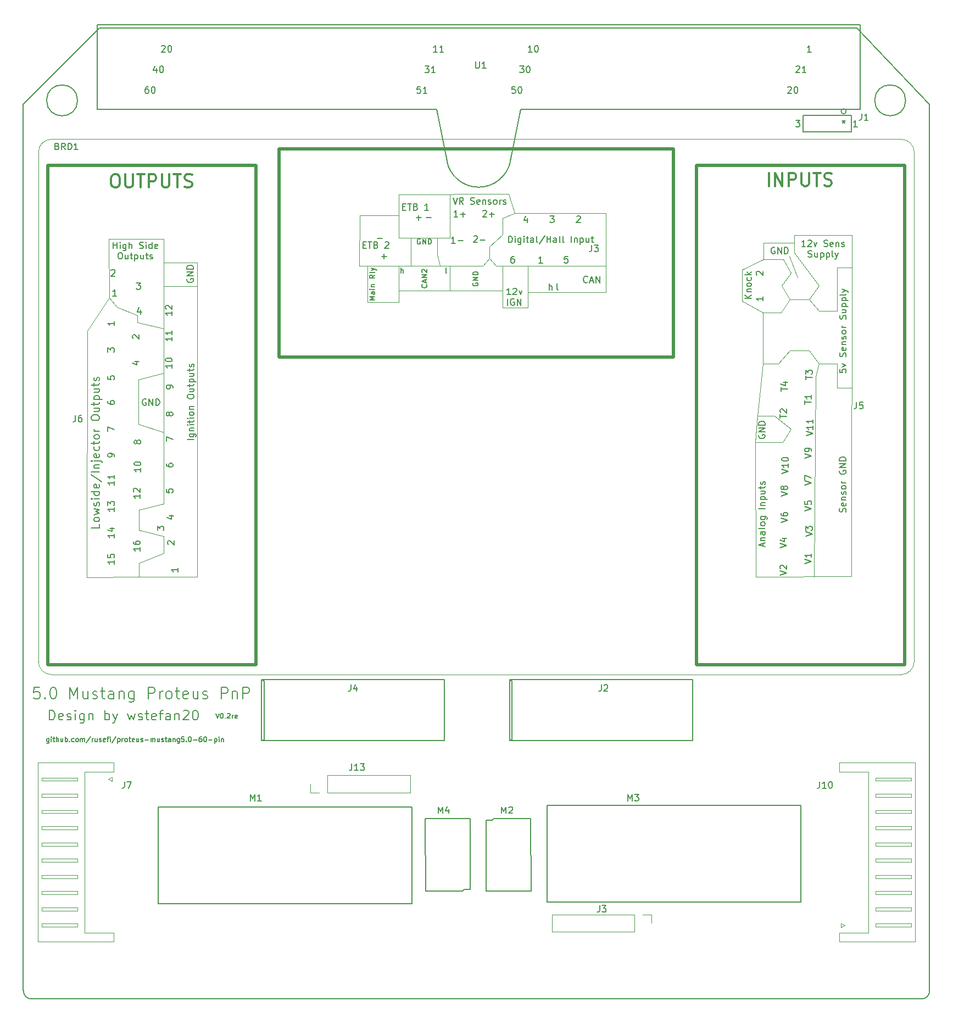
<source format=gto>
G04 #@! TF.GenerationSoftware,KiCad,Pcbnew,(6.0.5)*
G04 #@! TF.CreationDate,2022-05-26T18:31:31+03:00*
G04 #@! TF.ProjectId,5.0mustangProteusPnP,352e306d-7573-4746-916e-6750726f7465,R0.1*
G04 #@! TF.SameCoordinates,Original*
G04 #@! TF.FileFunction,Legend,Top*
G04 #@! TF.FilePolarity,Positive*
%FSLAX46Y46*%
G04 Gerber Fmt 4.6, Leading zero omitted, Abs format (unit mm)*
G04 Created by KiCad (PCBNEW (6.0.5)) date 2022-05-26 18:31:31*
%MOMM*%
%LPD*%
G01*
G04 APERTURE LIST*
G04 #@! TA.AperFunction,Profile*
%ADD10C,0.200000*%
G04 #@! TD*
%ADD11C,0.130000*%
%ADD12C,0.150000*%
%ADD13C,0.200000*%
%ADD14C,0.139700*%
%ADD15C,0.300000*%
%ADD16C,0.152400*%
%ADD17C,0.127000*%
%ADD18C,0.120000*%
%ADD19C,0.500000*%
%ADD20C,0.100000*%
G04 APERTURE END LIST*
D10*
X95885000Y-211201000D02*
X95885000Y-74627000D01*
X224406100Y-62865000D02*
X107638100Y-62865000D01*
X107638100Y-62865000D02*
X95885000Y-74627000D01*
X235585000Y-211201000D02*
X235585000Y-74627000D01*
X234315000Y-212471000D02*
G75*
G03*
X235585000Y-211201000I0J1270000D01*
G01*
X104235250Y-73977500D02*
G75*
G03*
X104235250Y-73977500I-2381250J0D01*
G01*
X224406100Y-62865000D02*
X235585000Y-74627000D01*
X95885000Y-211201000D02*
G75*
G03*
X97155000Y-212471000I1270000J0D01*
G01*
X234315000Y-212471000D02*
X97155000Y-212471000D01*
X231877750Y-73977500D02*
G75*
G03*
X231877750Y-73977500I-2381250J0D01*
G01*
D11*
X214986204Y-68780780D02*
X215034585Y-68732400D01*
X215131347Y-68684019D01*
X215373252Y-68684019D01*
X215470014Y-68732400D01*
X215518395Y-68780780D01*
X215566776Y-68877542D01*
X215566776Y-68974304D01*
X215518395Y-69119447D01*
X214937823Y-69700019D01*
X215566776Y-69700019D01*
X216534395Y-69700019D02*
X215953823Y-69700019D01*
X216244109Y-69700019D02*
X216244109Y-68684019D01*
X216147347Y-68829161D01*
X216050585Y-68925923D01*
X215953823Y-68974304D01*
X183511613Y-96265879D02*
X183511613Y-96991593D01*
X183463232Y-97136736D01*
X183366470Y-97233498D01*
X183221327Y-97281879D01*
X183124565Y-97281879D01*
X183898660Y-96265879D02*
X184527613Y-96265879D01*
X184188946Y-96652926D01*
X184334089Y-96652926D01*
X184430851Y-96701307D01*
X184479232Y-96749688D01*
X184527613Y-96846450D01*
X184527613Y-97088355D01*
X184479232Y-97185117D01*
X184430851Y-97233498D01*
X184334089Y-97281879D01*
X184043803Y-97281879D01*
X183947041Y-97233498D01*
X183898660Y-97185117D01*
X224324333Y-120487319D02*
X224324333Y-121213033D01*
X224275952Y-121358176D01*
X224179190Y-121454938D01*
X224034047Y-121503319D01*
X223937285Y-121503319D01*
X225291952Y-120487319D02*
X224808142Y-120487319D01*
X224759761Y-120971128D01*
X224808142Y-120922747D01*
X224904904Y-120874366D01*
X225146809Y-120874366D01*
X225243571Y-120922747D01*
X225291952Y-120971128D01*
X225340333Y-121067890D01*
X225340333Y-121309795D01*
X225291952Y-121406557D01*
X225243571Y-121454938D01*
X225146809Y-121503319D01*
X224904904Y-121503319D01*
X224808142Y-121454938D01*
X224759761Y-121406557D01*
X115140014Y-71859019D02*
X114946490Y-71859019D01*
X114849728Y-71907400D01*
X114801347Y-71955780D01*
X114704585Y-72100923D01*
X114656204Y-72294447D01*
X114656204Y-72681495D01*
X114704585Y-72778257D01*
X114752966Y-72826638D01*
X114849728Y-72875019D01*
X115043252Y-72875019D01*
X115140014Y-72826638D01*
X115188395Y-72778257D01*
X115236776Y-72681495D01*
X115236776Y-72439590D01*
X115188395Y-72342828D01*
X115140014Y-72294447D01*
X115043252Y-72246066D01*
X114849728Y-72246066D01*
X114752966Y-72294447D01*
X114704585Y-72342828D01*
X114656204Y-72439590D01*
X115865728Y-71859019D02*
X115962490Y-71859019D01*
X116059252Y-71907400D01*
X116107633Y-71955780D01*
X116156014Y-72052542D01*
X116204395Y-72246066D01*
X116204395Y-72487971D01*
X116156014Y-72681495D01*
X116107633Y-72778257D01*
X116059252Y-72826638D01*
X115962490Y-72875019D01*
X115865728Y-72875019D01*
X115768966Y-72826638D01*
X115720585Y-72778257D01*
X115672204Y-72681495D01*
X115623823Y-72487971D01*
X115623823Y-72246066D01*
X115672204Y-72052542D01*
X115720585Y-71955780D01*
X115768966Y-71907400D01*
X115865728Y-71859019D01*
X103928333Y-122506619D02*
X103928333Y-123232333D01*
X103879952Y-123377476D01*
X103783190Y-123474238D01*
X103638047Y-123522619D01*
X103541285Y-123522619D01*
X104847571Y-122506619D02*
X104654047Y-122506619D01*
X104557285Y-122555000D01*
X104508904Y-122603380D01*
X104412142Y-122748523D01*
X104363761Y-122942047D01*
X104363761Y-123329095D01*
X104412142Y-123425857D01*
X104460523Y-123474238D01*
X104557285Y-123522619D01*
X104750809Y-123522619D01*
X104847571Y-123474238D01*
X104895952Y-123425857D01*
X104944333Y-123329095D01*
X104944333Y-123087190D01*
X104895952Y-122990428D01*
X104847571Y-122942047D01*
X104750809Y-122893666D01*
X104557285Y-122893666D01*
X104460523Y-122942047D01*
X104412142Y-122990428D01*
X104363761Y-123087190D01*
X174291776Y-66525019D02*
X173711204Y-66525019D01*
X174001490Y-66525019D02*
X174001490Y-65509019D01*
X173904728Y-65654161D01*
X173807966Y-65750923D01*
X173711204Y-65799304D01*
X174920728Y-65509019D02*
X175017490Y-65509019D01*
X175114252Y-65557400D01*
X175162633Y-65605780D01*
X175211014Y-65702542D01*
X175259395Y-65896066D01*
X175259395Y-66137971D01*
X175211014Y-66331495D01*
X175162633Y-66428257D01*
X175114252Y-66476638D01*
X175017490Y-66525019D01*
X174920728Y-66525019D01*
X174823966Y-66476638D01*
X174775585Y-66428257D01*
X174727204Y-66331495D01*
X174678823Y-66137971D01*
X174678823Y-65896066D01*
X174727204Y-65702542D01*
X174775585Y-65605780D01*
X174823966Y-65557400D01*
X174920728Y-65509019D01*
X125542331Y-168461185D02*
X125792331Y-169211185D01*
X126042331Y-168461185D01*
X126435188Y-168461185D02*
X126506617Y-168461185D01*
X126578045Y-168496900D01*
X126613760Y-168532614D01*
X126649474Y-168604042D01*
X126685188Y-168746900D01*
X126685188Y-168925471D01*
X126649474Y-169068328D01*
X126613760Y-169139757D01*
X126578045Y-169175471D01*
X126506617Y-169211185D01*
X126435188Y-169211185D01*
X126363760Y-169175471D01*
X126328045Y-169139757D01*
X126292331Y-169068328D01*
X126256617Y-168925471D01*
X126256617Y-168746900D01*
X126292331Y-168604042D01*
X126328045Y-168532614D01*
X126363760Y-168496900D01*
X126435188Y-168461185D01*
X127006617Y-169139757D02*
X127042331Y-169175471D01*
X127006617Y-169211185D01*
X126970902Y-169175471D01*
X127006617Y-169139757D01*
X127006617Y-169211185D01*
X127328045Y-168532614D02*
X127363760Y-168496900D01*
X127435188Y-168461185D01*
X127613760Y-168461185D01*
X127685188Y-168496900D01*
X127720902Y-168532614D01*
X127756617Y-168604042D01*
X127756617Y-168675471D01*
X127720902Y-168782614D01*
X127292331Y-169211185D01*
X127756617Y-169211185D01*
X128078045Y-169211185D02*
X128078045Y-168711185D01*
X128078045Y-168854042D02*
X128113760Y-168782614D01*
X128149474Y-168746900D01*
X128220902Y-168711185D01*
X128292331Y-168711185D01*
X128828045Y-169175471D02*
X128756617Y-169211185D01*
X128613760Y-169211185D01*
X128542331Y-169175471D01*
X128506617Y-169104042D01*
X128506617Y-168818328D01*
X128542331Y-168746900D01*
X128613760Y-168711185D01*
X128756617Y-168711185D01*
X128828045Y-168746900D01*
X128863760Y-168818328D01*
X128863760Y-168889757D01*
X128506617Y-168961185D01*
X213716204Y-71955780D02*
X213764585Y-71907400D01*
X213861347Y-71859019D01*
X214103252Y-71859019D01*
X214200014Y-71907400D01*
X214248395Y-71955780D01*
X214296776Y-72052542D01*
X214296776Y-72149304D01*
X214248395Y-72294447D01*
X213667823Y-72875019D01*
X214296776Y-72875019D01*
X214925728Y-71859019D02*
X215022490Y-71859019D01*
X215119252Y-71907400D01*
X215167633Y-71955780D01*
X215216014Y-72052542D01*
X215264395Y-72246066D01*
X215264395Y-72487971D01*
X215216014Y-72681495D01*
X215167633Y-72778257D01*
X215119252Y-72826638D01*
X215022490Y-72875019D01*
X214925728Y-72875019D01*
X214828966Y-72826638D01*
X214780585Y-72778257D01*
X214732204Y-72681495D01*
X214683823Y-72487971D01*
X214683823Y-72246066D01*
X214732204Y-72052542D01*
X214780585Y-71955780D01*
X214828966Y-71907400D01*
X214925728Y-71859019D01*
X98391006Y-164421066D02*
X97557673Y-164421066D01*
X97474339Y-165254400D01*
X97557673Y-165171066D01*
X97724339Y-165087733D01*
X98141006Y-165087733D01*
X98307673Y-165171066D01*
X98391006Y-165254400D01*
X98474339Y-165421066D01*
X98474339Y-165837733D01*
X98391006Y-166004400D01*
X98307673Y-166087733D01*
X98141006Y-166171066D01*
X97724339Y-166171066D01*
X97557673Y-166087733D01*
X97474339Y-166004400D01*
X99224339Y-166004400D02*
X99307673Y-166087733D01*
X99224339Y-166171066D01*
X99141006Y-166087733D01*
X99224339Y-166004400D01*
X99224339Y-166171066D01*
X100391006Y-164421066D02*
X100557673Y-164421066D01*
X100724339Y-164504400D01*
X100807673Y-164587733D01*
X100891006Y-164754400D01*
X100974339Y-165087733D01*
X100974339Y-165504400D01*
X100891006Y-165837733D01*
X100807673Y-166004400D01*
X100724339Y-166087733D01*
X100557673Y-166171066D01*
X100391006Y-166171066D01*
X100224339Y-166087733D01*
X100141006Y-166004400D01*
X100057673Y-165837733D01*
X99974339Y-165504400D01*
X99974339Y-165087733D01*
X100057673Y-164754400D01*
X100141006Y-164587733D01*
X100224339Y-164504400D01*
X100391006Y-164421066D01*
X103057673Y-166171066D02*
X103057673Y-164421066D01*
X103641006Y-165671066D01*
X104224339Y-164421066D01*
X104224339Y-166171066D01*
X105807673Y-165004400D02*
X105807673Y-166171066D01*
X105057673Y-165004400D02*
X105057673Y-165921066D01*
X105141006Y-166087733D01*
X105307673Y-166171066D01*
X105557673Y-166171066D01*
X105724339Y-166087733D01*
X105807673Y-166004400D01*
X106557673Y-166087733D02*
X106724339Y-166171066D01*
X107057673Y-166171066D01*
X107224339Y-166087733D01*
X107307673Y-165921066D01*
X107307673Y-165837733D01*
X107224339Y-165671066D01*
X107057673Y-165587733D01*
X106807673Y-165587733D01*
X106641006Y-165504400D01*
X106557673Y-165337733D01*
X106557673Y-165254400D01*
X106641006Y-165087733D01*
X106807673Y-165004400D01*
X107057673Y-165004400D01*
X107224339Y-165087733D01*
X107807673Y-165004400D02*
X108474339Y-165004400D01*
X108057673Y-164421066D02*
X108057673Y-165921066D01*
X108141006Y-166087733D01*
X108307673Y-166171066D01*
X108474339Y-166171066D01*
X109807673Y-166171066D02*
X109807673Y-165254400D01*
X109724339Y-165087733D01*
X109557673Y-165004400D01*
X109224339Y-165004400D01*
X109057673Y-165087733D01*
X109807673Y-166087733D02*
X109641006Y-166171066D01*
X109224339Y-166171066D01*
X109057673Y-166087733D01*
X108974339Y-165921066D01*
X108974339Y-165754400D01*
X109057673Y-165587733D01*
X109224339Y-165504400D01*
X109641006Y-165504400D01*
X109807673Y-165421066D01*
X110641006Y-165004400D02*
X110641006Y-166171066D01*
X110641006Y-165171066D02*
X110724339Y-165087733D01*
X110891006Y-165004400D01*
X111141006Y-165004400D01*
X111307673Y-165087733D01*
X111391006Y-165254400D01*
X111391006Y-166171066D01*
X112974339Y-165004400D02*
X112974339Y-166421066D01*
X112891006Y-166587733D01*
X112807673Y-166671066D01*
X112641006Y-166754400D01*
X112391006Y-166754400D01*
X112224339Y-166671066D01*
X112974339Y-166087733D02*
X112807673Y-166171066D01*
X112474339Y-166171066D01*
X112307673Y-166087733D01*
X112224339Y-166004400D01*
X112141006Y-165837733D01*
X112141006Y-165337733D01*
X112224339Y-165171066D01*
X112307673Y-165087733D01*
X112474339Y-165004400D01*
X112807673Y-165004400D01*
X112974339Y-165087733D01*
X115141006Y-166171066D02*
X115141006Y-164421066D01*
X115807673Y-164421066D01*
X115974340Y-164504400D01*
X116057673Y-164587733D01*
X116141006Y-164754400D01*
X116141006Y-165004400D01*
X116057673Y-165171066D01*
X115974340Y-165254400D01*
X115807673Y-165337733D01*
X115141006Y-165337733D01*
X116891006Y-166171066D02*
X116891006Y-165004400D01*
X116891006Y-165337733D02*
X116974340Y-165171066D01*
X117057673Y-165087733D01*
X117224340Y-165004400D01*
X117391006Y-165004400D01*
X118224340Y-166171066D02*
X118057673Y-166087733D01*
X117974340Y-166004400D01*
X117891006Y-165837733D01*
X117891006Y-165337733D01*
X117974340Y-165171066D01*
X118057673Y-165087733D01*
X118224340Y-165004400D01*
X118474340Y-165004400D01*
X118641006Y-165087733D01*
X118724340Y-165171066D01*
X118807673Y-165337733D01*
X118807673Y-165837733D01*
X118724340Y-166004400D01*
X118641006Y-166087733D01*
X118474340Y-166171066D01*
X118224340Y-166171066D01*
X119307673Y-165004400D02*
X119974339Y-165004400D01*
X119557673Y-164421066D02*
X119557673Y-165921066D01*
X119641006Y-166087733D01*
X119807673Y-166171066D01*
X119974339Y-166171066D01*
X121224339Y-166087733D02*
X121057673Y-166171066D01*
X120724339Y-166171066D01*
X120557673Y-166087733D01*
X120474339Y-165921066D01*
X120474339Y-165254400D01*
X120557673Y-165087733D01*
X120724339Y-165004400D01*
X121057673Y-165004400D01*
X121224339Y-165087733D01*
X121307673Y-165254400D01*
X121307673Y-165421066D01*
X120474339Y-165587733D01*
X122807673Y-165004400D02*
X122807673Y-166171066D01*
X122057673Y-165004400D02*
X122057673Y-165921066D01*
X122141006Y-166087733D01*
X122307673Y-166171066D01*
X122557673Y-166171066D01*
X122724339Y-166087733D01*
X122807673Y-166004400D01*
X123557673Y-166087733D02*
X123724339Y-166171066D01*
X124057673Y-166171066D01*
X124224339Y-166087733D01*
X124307673Y-165921066D01*
X124307673Y-165837733D01*
X124224339Y-165671066D01*
X124057673Y-165587733D01*
X123807673Y-165587733D01*
X123641006Y-165504400D01*
X123557673Y-165337733D01*
X123557673Y-165254400D01*
X123641006Y-165087733D01*
X123807673Y-165004400D01*
X124057673Y-165004400D01*
X124224339Y-165087733D01*
X126391006Y-166171066D02*
X126391006Y-164421066D01*
X127057673Y-164421066D01*
X127224339Y-164504400D01*
X127307673Y-164587733D01*
X127391006Y-164754400D01*
X127391006Y-165004400D01*
X127307673Y-165171066D01*
X127224339Y-165254400D01*
X127057673Y-165337733D01*
X126391006Y-165337733D01*
X128141006Y-165004400D02*
X128141006Y-166171066D01*
X128141006Y-165171066D02*
X128224339Y-165087733D01*
X128391006Y-165004400D01*
X128641006Y-165004400D01*
X128807673Y-165087733D01*
X128891006Y-165254400D01*
X128891006Y-166171066D01*
X129724339Y-166171066D02*
X129724339Y-164421066D01*
X130391006Y-164421066D01*
X130557673Y-164504400D01*
X130641006Y-164587733D01*
X130724339Y-164754400D01*
X130724339Y-165004400D01*
X130641006Y-165171066D01*
X130557673Y-165254400D01*
X130391006Y-165337733D01*
X129724339Y-165337733D01*
X217320585Y-66525019D02*
X216740014Y-66525019D01*
X217030300Y-66525019D02*
X217030300Y-65509019D01*
X216933538Y-65654161D01*
X216836776Y-65750923D01*
X216740014Y-65799304D01*
X157098395Y-71859019D02*
X156614585Y-71859019D01*
X156566204Y-72342828D01*
X156614585Y-72294447D01*
X156711347Y-72246066D01*
X156953252Y-72246066D01*
X157050014Y-72294447D01*
X157098395Y-72342828D01*
X157146776Y-72439590D01*
X157146776Y-72681495D01*
X157098395Y-72778257D01*
X157050014Y-72826638D01*
X156953252Y-72875019D01*
X156711347Y-72875019D01*
X156614585Y-72826638D01*
X156566204Y-72778257D01*
X158114395Y-72875019D02*
X157533823Y-72875019D01*
X157824109Y-72875019D02*
X157824109Y-71859019D01*
X157727347Y-72004161D01*
X157630585Y-72100923D01*
X157533823Y-72149304D01*
X99892008Y-169464111D02*
X99892008Y-167964111D01*
X100249151Y-167964111D01*
X100463437Y-168035540D01*
X100606294Y-168178397D01*
X100677722Y-168321254D01*
X100749151Y-168606968D01*
X100749151Y-168821254D01*
X100677722Y-169106968D01*
X100606294Y-169249825D01*
X100463437Y-169392682D01*
X100249151Y-169464111D01*
X99892008Y-169464111D01*
X101963437Y-169392682D02*
X101820580Y-169464111D01*
X101534865Y-169464111D01*
X101392008Y-169392682D01*
X101320580Y-169249825D01*
X101320580Y-168678397D01*
X101392008Y-168535540D01*
X101534865Y-168464111D01*
X101820580Y-168464111D01*
X101963437Y-168535540D01*
X102034865Y-168678397D01*
X102034865Y-168821254D01*
X101320580Y-168964111D01*
X102606294Y-169392682D02*
X102749151Y-169464111D01*
X103034865Y-169464111D01*
X103177722Y-169392682D01*
X103249151Y-169249825D01*
X103249151Y-169178397D01*
X103177722Y-169035540D01*
X103034865Y-168964111D01*
X102820580Y-168964111D01*
X102677722Y-168892682D01*
X102606294Y-168749825D01*
X102606294Y-168678397D01*
X102677722Y-168535540D01*
X102820580Y-168464111D01*
X103034865Y-168464111D01*
X103177722Y-168535540D01*
X103892008Y-169464111D02*
X103892008Y-168464111D01*
X103892008Y-167964111D02*
X103820580Y-168035540D01*
X103892008Y-168106968D01*
X103963437Y-168035540D01*
X103892008Y-167964111D01*
X103892008Y-168106968D01*
X105249151Y-168464111D02*
X105249151Y-169678397D01*
X105177722Y-169821254D01*
X105106294Y-169892682D01*
X104963437Y-169964111D01*
X104749151Y-169964111D01*
X104606294Y-169892682D01*
X105249151Y-169392682D02*
X105106294Y-169464111D01*
X104820580Y-169464111D01*
X104677722Y-169392682D01*
X104606294Y-169321254D01*
X104534865Y-169178397D01*
X104534865Y-168749825D01*
X104606294Y-168606968D01*
X104677722Y-168535540D01*
X104820580Y-168464111D01*
X105106294Y-168464111D01*
X105249151Y-168535540D01*
X105963437Y-168464111D02*
X105963437Y-169464111D01*
X105963437Y-168606968D02*
X106034865Y-168535540D01*
X106177722Y-168464111D01*
X106392008Y-168464111D01*
X106534865Y-168535540D01*
X106606294Y-168678397D01*
X106606294Y-169464111D01*
X108463437Y-169464111D02*
X108463437Y-167964111D01*
X108463437Y-168535540D02*
X108606294Y-168464111D01*
X108892008Y-168464111D01*
X109034865Y-168535540D01*
X109106294Y-168606968D01*
X109177722Y-168749825D01*
X109177722Y-169178397D01*
X109106294Y-169321254D01*
X109034865Y-169392682D01*
X108892008Y-169464111D01*
X108606294Y-169464111D01*
X108463437Y-169392682D01*
X109677722Y-168464111D02*
X110034865Y-169464111D01*
X110392008Y-168464111D02*
X110034865Y-169464111D01*
X109892008Y-169821254D01*
X109820580Y-169892682D01*
X109677722Y-169964111D01*
X111963437Y-168464111D02*
X112249151Y-169464111D01*
X112534865Y-168749825D01*
X112820580Y-169464111D01*
X113106294Y-168464111D01*
X113606294Y-169392682D02*
X113749151Y-169464111D01*
X114034865Y-169464111D01*
X114177722Y-169392682D01*
X114249151Y-169249825D01*
X114249151Y-169178397D01*
X114177722Y-169035540D01*
X114034865Y-168964111D01*
X113820580Y-168964111D01*
X113677722Y-168892682D01*
X113606294Y-168749825D01*
X113606294Y-168678397D01*
X113677722Y-168535540D01*
X113820580Y-168464111D01*
X114034865Y-168464111D01*
X114177722Y-168535540D01*
X114677722Y-168464111D02*
X115249151Y-168464111D01*
X114892008Y-167964111D02*
X114892008Y-169249825D01*
X114963437Y-169392682D01*
X115106294Y-169464111D01*
X115249151Y-169464111D01*
X116320580Y-169392682D02*
X116177722Y-169464111D01*
X115892008Y-169464111D01*
X115749151Y-169392682D01*
X115677722Y-169249825D01*
X115677722Y-168678397D01*
X115749151Y-168535540D01*
X115892008Y-168464111D01*
X116177722Y-168464111D01*
X116320580Y-168535540D01*
X116392008Y-168678397D01*
X116392008Y-168821254D01*
X115677722Y-168964111D01*
X116820580Y-168464111D02*
X117392008Y-168464111D01*
X117034865Y-169464111D02*
X117034865Y-168178397D01*
X117106294Y-168035540D01*
X117249151Y-167964111D01*
X117392008Y-167964111D01*
X118534865Y-169464111D02*
X118534865Y-168678397D01*
X118463437Y-168535540D01*
X118320580Y-168464111D01*
X118034865Y-168464111D01*
X117892008Y-168535540D01*
X118534865Y-169392682D02*
X118392008Y-169464111D01*
X118034865Y-169464111D01*
X117892008Y-169392682D01*
X117820580Y-169249825D01*
X117820580Y-169106968D01*
X117892008Y-168964111D01*
X118034865Y-168892682D01*
X118392008Y-168892682D01*
X118534865Y-168821254D01*
X119249151Y-168464111D02*
X119249151Y-169464111D01*
X119249151Y-168606968D02*
X119320580Y-168535540D01*
X119463437Y-168464111D01*
X119677722Y-168464111D01*
X119820580Y-168535540D01*
X119892008Y-168678397D01*
X119892008Y-169464111D01*
X120534865Y-168106968D02*
X120606294Y-168035540D01*
X120749151Y-167964111D01*
X121106294Y-167964111D01*
X121249151Y-168035540D01*
X121320580Y-168106968D01*
X121392008Y-168249825D01*
X121392008Y-168392682D01*
X121320580Y-168606968D01*
X120463437Y-169464111D01*
X121392008Y-169464111D01*
X122320580Y-167964111D02*
X122463437Y-167964111D01*
X122606294Y-168035540D01*
X122677722Y-168106968D01*
X122749151Y-168249825D01*
X122820580Y-168535540D01*
X122820580Y-168892682D01*
X122749151Y-169178397D01*
X122677722Y-169321254D01*
X122606294Y-169392682D01*
X122463437Y-169464111D01*
X122320580Y-169464111D01*
X122177722Y-169392682D01*
X122106294Y-169321254D01*
X122034865Y-169178397D01*
X121963437Y-168892682D01*
X121963437Y-168535540D01*
X122034865Y-168249825D01*
X122106294Y-168106968D01*
X122177722Y-168035540D01*
X122320580Y-167964111D01*
X171703395Y-71859019D02*
X171219585Y-71859019D01*
X171171204Y-72342828D01*
X171219585Y-72294447D01*
X171316347Y-72246066D01*
X171558252Y-72246066D01*
X171655014Y-72294447D01*
X171703395Y-72342828D01*
X171751776Y-72439590D01*
X171751776Y-72681495D01*
X171703395Y-72778257D01*
X171655014Y-72826638D01*
X171558252Y-72875019D01*
X171316347Y-72875019D01*
X171219585Y-72826638D01*
X171171204Y-72778257D01*
X172380728Y-71859019D02*
X172477490Y-71859019D01*
X172574252Y-71907400D01*
X172622633Y-71955780D01*
X172671014Y-72052542D01*
X172719395Y-72246066D01*
X172719395Y-72487971D01*
X172671014Y-72681495D01*
X172622633Y-72778257D01*
X172574252Y-72826638D01*
X172477490Y-72875019D01*
X172380728Y-72875019D01*
X172283966Y-72826638D01*
X172235585Y-72778257D01*
X172187204Y-72681495D01*
X172138823Y-72487971D01*
X172138823Y-72246066D01*
X172187204Y-72052542D01*
X172235585Y-71955780D01*
X172283966Y-71907400D01*
X172380728Y-71859019D01*
X99830645Y-172312905D02*
X99830645Y-172920048D01*
X99794931Y-172991477D01*
X99759217Y-173027191D01*
X99687788Y-173062905D01*
X99580645Y-173062905D01*
X99509217Y-173027191D01*
X99830645Y-172777191D02*
X99759217Y-172812905D01*
X99616360Y-172812905D01*
X99544931Y-172777191D01*
X99509217Y-172741477D01*
X99473502Y-172670048D01*
X99473502Y-172455762D01*
X99509217Y-172384334D01*
X99544931Y-172348620D01*
X99616360Y-172312905D01*
X99759217Y-172312905D01*
X99830645Y-172348620D01*
X100187788Y-172812905D02*
X100187788Y-172312905D01*
X100187788Y-172062905D02*
X100152074Y-172098620D01*
X100187788Y-172134334D01*
X100223502Y-172098620D01*
X100187788Y-172062905D01*
X100187788Y-172134334D01*
X100437788Y-172312905D02*
X100723502Y-172312905D01*
X100544931Y-172062905D02*
X100544931Y-172705762D01*
X100580645Y-172777191D01*
X100652074Y-172812905D01*
X100723502Y-172812905D01*
X100973502Y-172812905D02*
X100973502Y-172062905D01*
X101294931Y-172812905D02*
X101294931Y-172420048D01*
X101259217Y-172348620D01*
X101187788Y-172312905D01*
X101080645Y-172312905D01*
X101009217Y-172348620D01*
X100973502Y-172384334D01*
X101973502Y-172312905D02*
X101973502Y-172812905D01*
X101652074Y-172312905D02*
X101652074Y-172705762D01*
X101687788Y-172777191D01*
X101759217Y-172812905D01*
X101866360Y-172812905D01*
X101937788Y-172777191D01*
X101973502Y-172741477D01*
X102330645Y-172812905D02*
X102330645Y-172062905D01*
X102330645Y-172348620D02*
X102402074Y-172312905D01*
X102544931Y-172312905D01*
X102616360Y-172348620D01*
X102652074Y-172384334D01*
X102687788Y-172455762D01*
X102687788Y-172670048D01*
X102652074Y-172741477D01*
X102616360Y-172777191D01*
X102544931Y-172812905D01*
X102402074Y-172812905D01*
X102330645Y-172777191D01*
X103009217Y-172741477D02*
X103044931Y-172777191D01*
X103009217Y-172812905D01*
X102973502Y-172777191D01*
X103009217Y-172741477D01*
X103009217Y-172812905D01*
X103687788Y-172777191D02*
X103616360Y-172812905D01*
X103473502Y-172812905D01*
X103402074Y-172777191D01*
X103366360Y-172741477D01*
X103330645Y-172670048D01*
X103330645Y-172455762D01*
X103366360Y-172384334D01*
X103402074Y-172348620D01*
X103473502Y-172312905D01*
X103616360Y-172312905D01*
X103687788Y-172348620D01*
X104116360Y-172812905D02*
X104044931Y-172777191D01*
X104009217Y-172741477D01*
X103973502Y-172670048D01*
X103973502Y-172455762D01*
X104009217Y-172384334D01*
X104044931Y-172348620D01*
X104116360Y-172312905D01*
X104223502Y-172312905D01*
X104294931Y-172348620D01*
X104330645Y-172384334D01*
X104366360Y-172455762D01*
X104366360Y-172670048D01*
X104330645Y-172741477D01*
X104294931Y-172777191D01*
X104223502Y-172812905D01*
X104116360Y-172812905D01*
X104687788Y-172812905D02*
X104687788Y-172312905D01*
X104687788Y-172384334D02*
X104723502Y-172348620D01*
X104794931Y-172312905D01*
X104902074Y-172312905D01*
X104973502Y-172348620D01*
X105009217Y-172420048D01*
X105009217Y-172812905D01*
X105009217Y-172420048D02*
X105044931Y-172348620D01*
X105116360Y-172312905D01*
X105223502Y-172312905D01*
X105294931Y-172348620D01*
X105330645Y-172420048D01*
X105330645Y-172812905D01*
X106223502Y-172027191D02*
X105580645Y-172991477D01*
X106473502Y-172812905D02*
X106473502Y-172312905D01*
X106473502Y-172455762D02*
X106509217Y-172384334D01*
X106544931Y-172348620D01*
X106616360Y-172312905D01*
X106687788Y-172312905D01*
X107259217Y-172312905D02*
X107259217Y-172812905D01*
X106937788Y-172312905D02*
X106937788Y-172705762D01*
X106973502Y-172777191D01*
X107044931Y-172812905D01*
X107152074Y-172812905D01*
X107223502Y-172777191D01*
X107259217Y-172741477D01*
X107580645Y-172777191D02*
X107652074Y-172812905D01*
X107794931Y-172812905D01*
X107866360Y-172777191D01*
X107902074Y-172705762D01*
X107902074Y-172670048D01*
X107866360Y-172598620D01*
X107794931Y-172562905D01*
X107687788Y-172562905D01*
X107616360Y-172527191D01*
X107580645Y-172455762D01*
X107580645Y-172420048D01*
X107616360Y-172348620D01*
X107687788Y-172312905D01*
X107794931Y-172312905D01*
X107866360Y-172348620D01*
X108509217Y-172777191D02*
X108437788Y-172812905D01*
X108294931Y-172812905D01*
X108223502Y-172777191D01*
X108187788Y-172705762D01*
X108187788Y-172420048D01*
X108223502Y-172348620D01*
X108294931Y-172312905D01*
X108437788Y-172312905D01*
X108509217Y-172348620D01*
X108544931Y-172420048D01*
X108544931Y-172491477D01*
X108187788Y-172562905D01*
X108759217Y-172312905D02*
X109044931Y-172312905D01*
X108866360Y-172812905D02*
X108866360Y-172170048D01*
X108902074Y-172098620D01*
X108973502Y-172062905D01*
X109044931Y-172062905D01*
X109294931Y-172812905D02*
X109294931Y-172312905D01*
X109294931Y-172062905D02*
X109259217Y-172098620D01*
X109294931Y-172134334D01*
X109330645Y-172098620D01*
X109294931Y-172062905D01*
X109294931Y-172134334D01*
X110187788Y-172027191D02*
X109544931Y-172991477D01*
X110437788Y-172312905D02*
X110437788Y-173062905D01*
X110437788Y-172348620D02*
X110509217Y-172312905D01*
X110652074Y-172312905D01*
X110723502Y-172348620D01*
X110759217Y-172384334D01*
X110794931Y-172455762D01*
X110794931Y-172670048D01*
X110759217Y-172741477D01*
X110723502Y-172777191D01*
X110652074Y-172812905D01*
X110509217Y-172812905D01*
X110437788Y-172777191D01*
X111116360Y-172812905D02*
X111116360Y-172312905D01*
X111116360Y-172455762D02*
X111152074Y-172384334D01*
X111187788Y-172348620D01*
X111259217Y-172312905D01*
X111330645Y-172312905D01*
X111687788Y-172812905D02*
X111616360Y-172777191D01*
X111580645Y-172741477D01*
X111544931Y-172670048D01*
X111544931Y-172455762D01*
X111580645Y-172384334D01*
X111616360Y-172348620D01*
X111687788Y-172312905D01*
X111794931Y-172312905D01*
X111866360Y-172348620D01*
X111902074Y-172384334D01*
X111937788Y-172455762D01*
X111937788Y-172670048D01*
X111902074Y-172741477D01*
X111866360Y-172777191D01*
X111794931Y-172812905D01*
X111687788Y-172812905D01*
X112152074Y-172312905D02*
X112437788Y-172312905D01*
X112259217Y-172062905D02*
X112259217Y-172705762D01*
X112294931Y-172777191D01*
X112366360Y-172812905D01*
X112437788Y-172812905D01*
X112973502Y-172777191D02*
X112902074Y-172812905D01*
X112759217Y-172812905D01*
X112687788Y-172777191D01*
X112652074Y-172705762D01*
X112652074Y-172420048D01*
X112687788Y-172348620D01*
X112759217Y-172312905D01*
X112902074Y-172312905D01*
X112973502Y-172348620D01*
X113009217Y-172420048D01*
X113009217Y-172491477D01*
X112652074Y-172562905D01*
X113652074Y-172312905D02*
X113652074Y-172812905D01*
X113330645Y-172312905D02*
X113330645Y-172705762D01*
X113366360Y-172777191D01*
X113437788Y-172812905D01*
X113544931Y-172812905D01*
X113616360Y-172777191D01*
X113652074Y-172741477D01*
X113973502Y-172777191D02*
X114044931Y-172812905D01*
X114187788Y-172812905D01*
X114259217Y-172777191D01*
X114294931Y-172705762D01*
X114294931Y-172670048D01*
X114259217Y-172598620D01*
X114187788Y-172562905D01*
X114080645Y-172562905D01*
X114009217Y-172527191D01*
X113973502Y-172455762D01*
X113973502Y-172420048D01*
X114009217Y-172348620D01*
X114080645Y-172312905D01*
X114187788Y-172312905D01*
X114259217Y-172348620D01*
X114616360Y-172527191D02*
X115187788Y-172527191D01*
X115544931Y-172812905D02*
X115544931Y-172312905D01*
X115544931Y-172384334D02*
X115580645Y-172348620D01*
X115652074Y-172312905D01*
X115759217Y-172312905D01*
X115830645Y-172348620D01*
X115866360Y-172420048D01*
X115866360Y-172812905D01*
X115866360Y-172420048D02*
X115902074Y-172348620D01*
X115973502Y-172312905D01*
X116080645Y-172312905D01*
X116152074Y-172348620D01*
X116187788Y-172420048D01*
X116187788Y-172812905D01*
X116866360Y-172312905D02*
X116866360Y-172812905D01*
X116544931Y-172312905D02*
X116544931Y-172705762D01*
X116580645Y-172777191D01*
X116652074Y-172812905D01*
X116759217Y-172812905D01*
X116830645Y-172777191D01*
X116866360Y-172741477D01*
X117187788Y-172777191D02*
X117259217Y-172812905D01*
X117402074Y-172812905D01*
X117473502Y-172777191D01*
X117509217Y-172705762D01*
X117509217Y-172670048D01*
X117473502Y-172598620D01*
X117402074Y-172562905D01*
X117294931Y-172562905D01*
X117223502Y-172527191D01*
X117187788Y-172455762D01*
X117187788Y-172420048D01*
X117223502Y-172348620D01*
X117294931Y-172312905D01*
X117402074Y-172312905D01*
X117473502Y-172348620D01*
X117723502Y-172312905D02*
X118009217Y-172312905D01*
X117830645Y-172062905D02*
X117830645Y-172705762D01*
X117866360Y-172777191D01*
X117937788Y-172812905D01*
X118009217Y-172812905D01*
X118580645Y-172812905D02*
X118580645Y-172420048D01*
X118544931Y-172348620D01*
X118473502Y-172312905D01*
X118330645Y-172312905D01*
X118259217Y-172348620D01*
X118580645Y-172777191D02*
X118509217Y-172812905D01*
X118330645Y-172812905D01*
X118259217Y-172777191D01*
X118223502Y-172705762D01*
X118223502Y-172634334D01*
X118259217Y-172562905D01*
X118330645Y-172527191D01*
X118509217Y-172527191D01*
X118580645Y-172491477D01*
X118937788Y-172312905D02*
X118937788Y-172812905D01*
X118937788Y-172384334D02*
X118973502Y-172348620D01*
X119044931Y-172312905D01*
X119152074Y-172312905D01*
X119223502Y-172348620D01*
X119259217Y-172420048D01*
X119259217Y-172812905D01*
X119937788Y-172312905D02*
X119937788Y-172920048D01*
X119902074Y-172991477D01*
X119866360Y-173027191D01*
X119794931Y-173062905D01*
X119687788Y-173062905D01*
X119616360Y-173027191D01*
X119937788Y-172777191D02*
X119866360Y-172812905D01*
X119723502Y-172812905D01*
X119652074Y-172777191D01*
X119616360Y-172741477D01*
X119580645Y-172670048D01*
X119580645Y-172455762D01*
X119616360Y-172384334D01*
X119652074Y-172348620D01*
X119723502Y-172312905D01*
X119866360Y-172312905D01*
X119937788Y-172348620D01*
X120652074Y-172062905D02*
X120294931Y-172062905D01*
X120259217Y-172420048D01*
X120294931Y-172384334D01*
X120366360Y-172348620D01*
X120544931Y-172348620D01*
X120616360Y-172384334D01*
X120652074Y-172420048D01*
X120687788Y-172491477D01*
X120687788Y-172670048D01*
X120652074Y-172741477D01*
X120616360Y-172777191D01*
X120544931Y-172812905D01*
X120366360Y-172812905D01*
X120294931Y-172777191D01*
X120259217Y-172741477D01*
X121009217Y-172741477D02*
X121044931Y-172777191D01*
X121009217Y-172812905D01*
X120973502Y-172777191D01*
X121009217Y-172741477D01*
X121009217Y-172812905D01*
X121509217Y-172062905D02*
X121580645Y-172062905D01*
X121652074Y-172098620D01*
X121687788Y-172134334D01*
X121723502Y-172205762D01*
X121759217Y-172348620D01*
X121759217Y-172527191D01*
X121723502Y-172670048D01*
X121687788Y-172741477D01*
X121652074Y-172777191D01*
X121580645Y-172812905D01*
X121509217Y-172812905D01*
X121437788Y-172777191D01*
X121402074Y-172741477D01*
X121366360Y-172670048D01*
X121330645Y-172527191D01*
X121330645Y-172348620D01*
X121366360Y-172205762D01*
X121402074Y-172134334D01*
X121437788Y-172098620D01*
X121509217Y-172062905D01*
X122080645Y-172527191D02*
X122652074Y-172527191D01*
X123330645Y-172062905D02*
X123187788Y-172062905D01*
X123116360Y-172098620D01*
X123080645Y-172134334D01*
X123009217Y-172241477D01*
X122973502Y-172384334D01*
X122973502Y-172670048D01*
X123009217Y-172741477D01*
X123044931Y-172777191D01*
X123116360Y-172812905D01*
X123259217Y-172812905D01*
X123330645Y-172777191D01*
X123366360Y-172741477D01*
X123402074Y-172670048D01*
X123402074Y-172491477D01*
X123366360Y-172420048D01*
X123330645Y-172384334D01*
X123259217Y-172348620D01*
X123116360Y-172348620D01*
X123044931Y-172384334D01*
X123009217Y-172420048D01*
X122973502Y-172491477D01*
X123866360Y-172062905D02*
X123937788Y-172062905D01*
X124009217Y-172098620D01*
X124044931Y-172134334D01*
X124080645Y-172205762D01*
X124116360Y-172348620D01*
X124116360Y-172527191D01*
X124080645Y-172670048D01*
X124044931Y-172741477D01*
X124009217Y-172777191D01*
X123937788Y-172812905D01*
X123866360Y-172812905D01*
X123794931Y-172777191D01*
X123759217Y-172741477D01*
X123723502Y-172670048D01*
X123687788Y-172527191D01*
X123687788Y-172348620D01*
X123723502Y-172205762D01*
X123759217Y-172134334D01*
X123794931Y-172098620D01*
X123866360Y-172062905D01*
X124437788Y-172527191D02*
X125009217Y-172527191D01*
X125366360Y-172312905D02*
X125366360Y-173062905D01*
X125366360Y-172348620D02*
X125437788Y-172312905D01*
X125580645Y-172312905D01*
X125652074Y-172348620D01*
X125687788Y-172384334D01*
X125723502Y-172455762D01*
X125723502Y-172670048D01*
X125687788Y-172741477D01*
X125652074Y-172777191D01*
X125580645Y-172812905D01*
X125437788Y-172812905D01*
X125366360Y-172777191D01*
X126044931Y-172812905D02*
X126044931Y-172312905D01*
X126044931Y-172062905D02*
X126009217Y-172098620D01*
X126044931Y-172134334D01*
X126080645Y-172098620D01*
X126044931Y-172062905D01*
X126044931Y-172134334D01*
X126402074Y-172312905D02*
X126402074Y-172812905D01*
X126402074Y-172384334D02*
X126437788Y-172348620D01*
X126509217Y-172312905D01*
X126616360Y-172312905D01*
X126687788Y-172348620D01*
X126723502Y-172420048D01*
X126723502Y-172812905D01*
X117196204Y-65605780D02*
X117244585Y-65557400D01*
X117341347Y-65509019D01*
X117583252Y-65509019D01*
X117680014Y-65557400D01*
X117728395Y-65605780D01*
X117776776Y-65702542D01*
X117776776Y-65799304D01*
X117728395Y-65944447D01*
X117147823Y-66525019D01*
X117776776Y-66525019D01*
X118405728Y-65509019D02*
X118502490Y-65509019D01*
X118599252Y-65557400D01*
X118647633Y-65605780D01*
X118696014Y-65702542D01*
X118744395Y-65896066D01*
X118744395Y-66137971D01*
X118696014Y-66331495D01*
X118647633Y-66428257D01*
X118599252Y-66476638D01*
X118502490Y-66525019D01*
X118405728Y-66525019D01*
X118308966Y-66476638D01*
X118260585Y-66428257D01*
X118212204Y-66331495D01*
X118163823Y-66137971D01*
X118163823Y-65896066D01*
X118212204Y-65702542D01*
X118260585Y-65605780D01*
X118308966Y-65557400D01*
X118405728Y-65509019D01*
X157787823Y-68684019D02*
X158416776Y-68684019D01*
X158078109Y-69071066D01*
X158223252Y-69071066D01*
X158320014Y-69119447D01*
X158368395Y-69167828D01*
X158416776Y-69264590D01*
X158416776Y-69506495D01*
X158368395Y-69603257D01*
X158320014Y-69651638D01*
X158223252Y-69700019D01*
X157932966Y-69700019D01*
X157836204Y-69651638D01*
X157787823Y-69603257D01*
X159384395Y-69700019D02*
X158803823Y-69700019D01*
X159094109Y-69700019D02*
X159094109Y-68684019D01*
X158997347Y-68829161D01*
X158900585Y-68925923D01*
X158803823Y-68974304D01*
X116410014Y-69022685D02*
X116410014Y-69700019D01*
X116168109Y-68635638D02*
X115926204Y-69361352D01*
X116555157Y-69361352D01*
X117135728Y-68684019D02*
X117232490Y-68684019D01*
X117329252Y-68732400D01*
X117377633Y-68780780D01*
X117426014Y-68877542D01*
X117474395Y-69071066D01*
X117474395Y-69312971D01*
X117426014Y-69506495D01*
X117377633Y-69603257D01*
X117329252Y-69651638D01*
X117232490Y-69700019D01*
X117135728Y-69700019D01*
X117038966Y-69651638D01*
X116990585Y-69603257D01*
X116942204Y-69506495D01*
X116893823Y-69312971D01*
X116893823Y-69071066D01*
X116942204Y-68877542D01*
X116990585Y-68780780D01*
X117038966Y-68732400D01*
X117135728Y-68684019D01*
X159686776Y-66525019D02*
X159106204Y-66525019D01*
X159396490Y-66525019D02*
X159396490Y-65509019D01*
X159299728Y-65654161D01*
X159202966Y-65750923D01*
X159106204Y-65799304D01*
X160654395Y-66525019D02*
X160073823Y-66525019D01*
X160364109Y-66525019D02*
X160364109Y-65509019D01*
X160267347Y-65654161D01*
X160170585Y-65750923D01*
X160073823Y-65799304D01*
X172392823Y-68684019D02*
X173021776Y-68684019D01*
X172683109Y-69071066D01*
X172828252Y-69071066D01*
X172925014Y-69119447D01*
X172973395Y-69167828D01*
X173021776Y-69264590D01*
X173021776Y-69506495D01*
X172973395Y-69603257D01*
X172925014Y-69651638D01*
X172828252Y-69700019D01*
X172537966Y-69700019D01*
X172441204Y-69651638D01*
X172392823Y-69603257D01*
X173650728Y-68684019D02*
X173747490Y-68684019D01*
X173844252Y-68732400D01*
X173892633Y-68780780D01*
X173941014Y-68877542D01*
X173989395Y-69071066D01*
X173989395Y-69312971D01*
X173941014Y-69506495D01*
X173892633Y-69603257D01*
X173844252Y-69651638D01*
X173747490Y-69700019D01*
X173650728Y-69700019D01*
X173553966Y-69651638D01*
X173505585Y-69603257D01*
X173457204Y-69506495D01*
X173408823Y-69312971D01*
X173408823Y-69071066D01*
X173457204Y-68877542D01*
X173505585Y-68780780D01*
X173553966Y-68732400D01*
X173650728Y-68684019D01*
G04 #@! TO.C,U1*
X165590044Y-68023619D02*
X165590044Y-68846095D01*
X165638425Y-68942857D01*
X165686806Y-68991238D01*
X165783568Y-69039619D01*
X165977092Y-69039619D01*
X166073854Y-68991238D01*
X166122235Y-68942857D01*
X166170616Y-68846095D01*
X166170616Y-68023619D01*
X167186616Y-69039619D02*
X166606044Y-69039619D01*
X166896330Y-69039619D02*
X166896330Y-68023619D01*
X166799568Y-68168761D01*
X166702806Y-68265523D01*
X166606044Y-68313904D01*
D12*
G04 #@! TO.C,J2*
X184959666Y-164044380D02*
X184959666Y-164758666D01*
X184912047Y-164901523D01*
X184816809Y-164996761D01*
X184673952Y-165044380D01*
X184578714Y-165044380D01*
X185388238Y-164139619D02*
X185435857Y-164092000D01*
X185531095Y-164044380D01*
X185769190Y-164044380D01*
X185864428Y-164092000D01*
X185912047Y-164139619D01*
X185959666Y-164234857D01*
X185959666Y-164330095D01*
X185912047Y-164472952D01*
X185340619Y-165044380D01*
X185959666Y-165044380D01*
G04 #@! TO.C,J4*
X146369446Y-164029140D02*
X146369446Y-164743426D01*
X146321827Y-164886283D01*
X146226589Y-164981521D01*
X146083732Y-165029140D01*
X145988494Y-165029140D01*
X147274208Y-164362474D02*
X147274208Y-165029140D01*
X147036113Y-163981521D02*
X146798018Y-164695807D01*
X147417065Y-164695807D01*
G04 #@! TO.C,J1*
X225091666Y-76033380D02*
X225091666Y-76747666D01*
X225044047Y-76890523D01*
X224948809Y-76985761D01*
X224805952Y-77033380D01*
X224710714Y-77033380D01*
X226091666Y-77033380D02*
X225520238Y-77033380D01*
X225805952Y-77033380D02*
X225805952Y-76033380D01*
X225710714Y-76176238D01*
X225615476Y-76271476D01*
X225520238Y-76319095D01*
X224440714Y-78049380D02*
X223869285Y-78049380D01*
X224155000Y-78049380D02*
X224155000Y-77049380D01*
X224059761Y-77192238D01*
X223964523Y-77287476D01*
X223869285Y-77335095D01*
X214931666Y-77049380D02*
X215550714Y-77049380D01*
X215217380Y-77430333D01*
X215360238Y-77430333D01*
X215455476Y-77477952D01*
X215503095Y-77525571D01*
X215550714Y-77620809D01*
X215550714Y-77858904D01*
X215503095Y-77954142D01*
X215455476Y-78001761D01*
X215360238Y-78049380D01*
X215074523Y-78049380D01*
X214979285Y-78001761D01*
X214931666Y-77954142D01*
X214931666Y-77049380D02*
X215550714Y-77049380D01*
X215217380Y-77430333D01*
X215360238Y-77430333D01*
X215455476Y-77477952D01*
X215503095Y-77525571D01*
X215550714Y-77620809D01*
X215550714Y-77858904D01*
X215503095Y-77954142D01*
X215455476Y-78001761D01*
X215360238Y-78049380D01*
X215074523Y-78049380D01*
X214979285Y-78001761D01*
X214931666Y-77954142D01*
X222326200Y-77021440D02*
X222326200Y-77259536D01*
X222088104Y-77164298D02*
X222326200Y-77259536D01*
X222564295Y-77164298D01*
X222183342Y-77450012D02*
X222326200Y-77259536D01*
X222469057Y-77450012D01*
X224440714Y-78049380D02*
X223869285Y-78049380D01*
X224155000Y-78049380D02*
X224155000Y-77049380D01*
X224059761Y-77192238D01*
X223964523Y-77287476D01*
X223869285Y-77335095D01*
G04 #@! TO.C,BRD1*
X101099238Y-81050571D02*
X101242095Y-81098190D01*
X101289714Y-81145809D01*
X101337333Y-81241047D01*
X101337333Y-81383904D01*
X101289714Y-81479142D01*
X101242095Y-81526761D01*
X101146857Y-81574380D01*
X100765904Y-81574380D01*
X100765904Y-80574380D01*
X101099238Y-80574380D01*
X101194476Y-80622000D01*
X101242095Y-80669619D01*
X101289714Y-80764857D01*
X101289714Y-80860095D01*
X101242095Y-80955333D01*
X101194476Y-81002952D01*
X101099238Y-81050571D01*
X100765904Y-81050571D01*
X102337333Y-81574380D02*
X102004000Y-81098190D01*
X101765904Y-81574380D02*
X101765904Y-80574380D01*
X102146857Y-80574380D01*
X102242095Y-80622000D01*
X102289714Y-80669619D01*
X102337333Y-80764857D01*
X102337333Y-80907714D01*
X102289714Y-81002952D01*
X102242095Y-81050571D01*
X102146857Y-81098190D01*
X101765904Y-81098190D01*
X102765904Y-81574380D02*
X102765904Y-80574380D01*
X103004000Y-80574380D01*
X103146857Y-80622000D01*
X103242095Y-80717238D01*
X103289714Y-80812476D01*
X103337333Y-81002952D01*
X103337333Y-81145809D01*
X103289714Y-81336285D01*
X103242095Y-81431523D01*
X103146857Y-81526761D01*
X103004000Y-81574380D01*
X102765904Y-81574380D01*
X104289714Y-81574380D02*
X103718285Y-81574380D01*
X104004000Y-81574380D02*
X104004000Y-80574380D01*
X103908761Y-80717238D01*
X103813523Y-80812476D01*
X103718285Y-80860095D01*
X216439714Y-96519380D02*
X215868285Y-96519380D01*
X216154000Y-96519380D02*
X216154000Y-95519380D01*
X216058761Y-95662238D01*
X215963523Y-95757476D01*
X215868285Y-95805095D01*
X216820666Y-95614619D02*
X216868285Y-95567000D01*
X216963523Y-95519380D01*
X217201619Y-95519380D01*
X217296857Y-95567000D01*
X217344476Y-95614619D01*
X217392095Y-95709857D01*
X217392095Y-95805095D01*
X217344476Y-95947952D01*
X216773047Y-96519380D01*
X217392095Y-96519380D01*
X217725428Y-95852714D02*
X217963523Y-96519380D01*
X218201619Y-95852714D01*
X219296857Y-96471761D02*
X219439714Y-96519380D01*
X219677809Y-96519380D01*
X219773047Y-96471761D01*
X219820666Y-96424142D01*
X219868285Y-96328904D01*
X219868285Y-96233666D01*
X219820666Y-96138428D01*
X219773047Y-96090809D01*
X219677809Y-96043190D01*
X219487333Y-95995571D01*
X219392095Y-95947952D01*
X219344476Y-95900333D01*
X219296857Y-95805095D01*
X219296857Y-95709857D01*
X219344476Y-95614619D01*
X219392095Y-95567000D01*
X219487333Y-95519380D01*
X219725428Y-95519380D01*
X219868285Y-95567000D01*
X220677809Y-96471761D02*
X220582571Y-96519380D01*
X220392095Y-96519380D01*
X220296857Y-96471761D01*
X220249238Y-96376523D01*
X220249238Y-95995571D01*
X220296857Y-95900333D01*
X220392095Y-95852714D01*
X220582571Y-95852714D01*
X220677809Y-95900333D01*
X220725428Y-95995571D01*
X220725428Y-96090809D01*
X220249238Y-96186047D01*
X221154000Y-95852714D02*
X221154000Y-96519380D01*
X221154000Y-95947952D02*
X221201619Y-95900333D01*
X221296857Y-95852714D01*
X221439714Y-95852714D01*
X221534952Y-95900333D01*
X221582571Y-95995571D01*
X221582571Y-96519380D01*
X222011142Y-96471761D02*
X222106380Y-96519380D01*
X222296857Y-96519380D01*
X222392095Y-96471761D01*
X222439714Y-96376523D01*
X222439714Y-96328904D01*
X222392095Y-96233666D01*
X222296857Y-96186047D01*
X222154000Y-96186047D01*
X222058761Y-96138428D01*
X222011142Y-96043190D01*
X222011142Y-95995571D01*
X222058761Y-95900333D01*
X222154000Y-95852714D01*
X222296857Y-95852714D01*
X222392095Y-95900333D01*
X216868285Y-98081761D02*
X217011142Y-98129380D01*
X217249238Y-98129380D01*
X217344476Y-98081761D01*
X217392095Y-98034142D01*
X217439714Y-97938904D01*
X217439714Y-97843666D01*
X217392095Y-97748428D01*
X217344476Y-97700809D01*
X217249238Y-97653190D01*
X217058761Y-97605571D01*
X216963523Y-97557952D01*
X216915904Y-97510333D01*
X216868285Y-97415095D01*
X216868285Y-97319857D01*
X216915904Y-97224619D01*
X216963523Y-97177000D01*
X217058761Y-97129380D01*
X217296857Y-97129380D01*
X217439714Y-97177000D01*
X218296857Y-97462714D02*
X218296857Y-98129380D01*
X217868285Y-97462714D02*
X217868285Y-97986523D01*
X217915904Y-98081761D01*
X218011142Y-98129380D01*
X218154000Y-98129380D01*
X218249238Y-98081761D01*
X218296857Y-98034142D01*
X218773047Y-97462714D02*
X218773047Y-98462714D01*
X218773047Y-97510333D02*
X218868285Y-97462714D01*
X219058761Y-97462714D01*
X219154000Y-97510333D01*
X219201619Y-97557952D01*
X219249238Y-97653190D01*
X219249238Y-97938904D01*
X219201619Y-98034142D01*
X219154000Y-98081761D01*
X219058761Y-98129380D01*
X218868285Y-98129380D01*
X218773047Y-98081761D01*
X219677809Y-97462714D02*
X219677809Y-98462714D01*
X219677809Y-97510333D02*
X219773047Y-97462714D01*
X219963523Y-97462714D01*
X220058761Y-97510333D01*
X220106380Y-97557952D01*
X220154000Y-97653190D01*
X220154000Y-97938904D01*
X220106380Y-98034142D01*
X220058761Y-98081761D01*
X219963523Y-98129380D01*
X219773047Y-98129380D01*
X219677809Y-98081761D01*
X220725428Y-98129380D02*
X220630190Y-98081761D01*
X220582571Y-97986523D01*
X220582571Y-97129380D01*
X221011142Y-97462714D02*
X221249238Y-98129380D01*
X221487333Y-97462714D02*
X221249238Y-98129380D01*
X221154000Y-98367476D01*
X221106380Y-98415095D01*
X221011142Y-98462714D01*
X109906380Y-128860476D02*
X109906380Y-128670000D01*
X109858761Y-128574761D01*
X109811142Y-128527142D01*
X109668285Y-128431904D01*
X109477809Y-128384285D01*
X109096857Y-128384285D01*
X109001619Y-128431904D01*
X108954000Y-128479523D01*
X108906380Y-128574761D01*
X108906380Y-128765238D01*
X108954000Y-128860476D01*
X109001619Y-128908095D01*
X109096857Y-128955714D01*
X109334952Y-128955714D01*
X109430190Y-128908095D01*
X109477809Y-128860476D01*
X109525428Y-128765238D01*
X109525428Y-128574761D01*
X109477809Y-128479523D01*
X109430190Y-128431904D01*
X109334952Y-128384285D01*
X117923380Y-126463333D02*
X117923380Y-125796666D01*
X118923380Y-126225238D01*
X108906380Y-120351523D02*
X108906380Y-120542000D01*
X108954000Y-120637238D01*
X109001619Y-120684857D01*
X109144476Y-120780095D01*
X109334952Y-120827714D01*
X109715904Y-120827714D01*
X109811142Y-120780095D01*
X109858761Y-120732476D01*
X109906380Y-120637238D01*
X109906380Y-120446761D01*
X109858761Y-120351523D01*
X109811142Y-120303904D01*
X109715904Y-120256285D01*
X109477809Y-120256285D01*
X109382571Y-120303904D01*
X109334952Y-120351523D01*
X109287333Y-120446761D01*
X109287333Y-120637238D01*
X109334952Y-120732476D01*
X109382571Y-120780095D01*
X109477809Y-120827714D01*
X170677809Y-95874380D02*
X170677809Y-94874380D01*
X170915904Y-94874380D01*
X171058761Y-94922000D01*
X171154000Y-95017238D01*
X171201619Y-95112476D01*
X171249238Y-95302952D01*
X171249238Y-95445809D01*
X171201619Y-95636285D01*
X171154000Y-95731523D01*
X171058761Y-95826761D01*
X170915904Y-95874380D01*
X170677809Y-95874380D01*
X171677809Y-95874380D02*
X171677809Y-95207714D01*
X171677809Y-94874380D02*
X171630190Y-94922000D01*
X171677809Y-94969619D01*
X171725428Y-94922000D01*
X171677809Y-94874380D01*
X171677809Y-94969619D01*
X172582571Y-95207714D02*
X172582571Y-96017238D01*
X172534952Y-96112476D01*
X172487333Y-96160095D01*
X172392095Y-96207714D01*
X172249238Y-96207714D01*
X172154000Y-96160095D01*
X172582571Y-95826761D02*
X172487333Y-95874380D01*
X172296857Y-95874380D01*
X172201619Y-95826761D01*
X172154000Y-95779142D01*
X172106380Y-95683904D01*
X172106380Y-95398190D01*
X172154000Y-95302952D01*
X172201619Y-95255333D01*
X172296857Y-95207714D01*
X172487333Y-95207714D01*
X172582571Y-95255333D01*
X173058761Y-95874380D02*
X173058761Y-95207714D01*
X173058761Y-94874380D02*
X173011142Y-94922000D01*
X173058761Y-94969619D01*
X173106380Y-94922000D01*
X173058761Y-94874380D01*
X173058761Y-94969619D01*
X173392095Y-95207714D02*
X173773047Y-95207714D01*
X173534952Y-94874380D02*
X173534952Y-95731523D01*
X173582571Y-95826761D01*
X173677809Y-95874380D01*
X173773047Y-95874380D01*
X174534952Y-95874380D02*
X174534952Y-95350571D01*
X174487333Y-95255333D01*
X174392095Y-95207714D01*
X174201619Y-95207714D01*
X174106380Y-95255333D01*
X174534952Y-95826761D02*
X174439714Y-95874380D01*
X174201619Y-95874380D01*
X174106380Y-95826761D01*
X174058761Y-95731523D01*
X174058761Y-95636285D01*
X174106380Y-95541047D01*
X174201619Y-95493428D01*
X174439714Y-95493428D01*
X174534952Y-95445809D01*
X175154000Y-95874380D02*
X175058761Y-95826761D01*
X175011142Y-95731523D01*
X175011142Y-94874380D01*
X176249238Y-94826761D02*
X175392095Y-96112476D01*
X176582571Y-95874380D02*
X176582571Y-94874380D01*
X176582571Y-95350571D02*
X177154000Y-95350571D01*
X177154000Y-95874380D02*
X177154000Y-94874380D01*
X178058761Y-95874380D02*
X178058761Y-95350571D01*
X178011142Y-95255333D01*
X177915904Y-95207714D01*
X177725428Y-95207714D01*
X177630190Y-95255333D01*
X178058761Y-95826761D02*
X177963523Y-95874380D01*
X177725428Y-95874380D01*
X177630190Y-95826761D01*
X177582571Y-95731523D01*
X177582571Y-95636285D01*
X177630190Y-95541047D01*
X177725428Y-95493428D01*
X177963523Y-95493428D01*
X178058761Y-95445809D01*
X178677809Y-95874380D02*
X178582571Y-95826761D01*
X178534952Y-95731523D01*
X178534952Y-94874380D01*
X179201619Y-95874380D02*
X179106380Y-95826761D01*
X179058761Y-95731523D01*
X179058761Y-94874380D01*
X180344476Y-95874380D02*
X180344476Y-94874380D01*
X180820666Y-95207714D02*
X180820666Y-95874380D01*
X180820666Y-95302952D02*
X180868285Y-95255333D01*
X180963523Y-95207714D01*
X181106380Y-95207714D01*
X181201619Y-95255333D01*
X181249238Y-95350571D01*
X181249238Y-95874380D01*
X181725428Y-95207714D02*
X181725428Y-96207714D01*
X181725428Y-95255333D02*
X181820666Y-95207714D01*
X182011142Y-95207714D01*
X182106380Y-95255333D01*
X182154000Y-95302952D01*
X182201619Y-95398190D01*
X182201619Y-95683904D01*
X182154000Y-95779142D01*
X182106380Y-95826761D01*
X182011142Y-95874380D01*
X181820666Y-95874380D01*
X181725428Y-95826761D01*
X183058761Y-95207714D02*
X183058761Y-95874380D01*
X182630190Y-95207714D02*
X182630190Y-95731523D01*
X182677809Y-95826761D01*
X182773047Y-95874380D01*
X182915904Y-95874380D01*
X183011142Y-95826761D01*
X183058761Y-95779142D01*
X183392095Y-95207714D02*
X183773047Y-95207714D01*
X183534952Y-94874380D02*
X183534952Y-95731523D01*
X183582571Y-95826761D01*
X183677809Y-95874380D01*
X183773047Y-95874380D01*
D13*
X107619476Y-139254142D02*
X107619476Y-139849380D01*
X106369476Y-139849380D01*
X107619476Y-138658904D02*
X107559952Y-138777952D01*
X107500428Y-138837476D01*
X107381380Y-138897000D01*
X107024238Y-138897000D01*
X106905190Y-138837476D01*
X106845666Y-138777952D01*
X106786142Y-138658904D01*
X106786142Y-138480333D01*
X106845666Y-138361285D01*
X106905190Y-138301761D01*
X107024238Y-138242238D01*
X107381380Y-138242238D01*
X107500428Y-138301761D01*
X107559952Y-138361285D01*
X107619476Y-138480333D01*
X107619476Y-138658904D01*
X106786142Y-137825571D02*
X107619476Y-137587476D01*
X107024238Y-137349380D01*
X107619476Y-137111285D01*
X106786142Y-136873190D01*
X107559952Y-136456523D02*
X107619476Y-136337476D01*
X107619476Y-136099380D01*
X107559952Y-135980333D01*
X107440904Y-135920809D01*
X107381380Y-135920809D01*
X107262333Y-135980333D01*
X107202809Y-136099380D01*
X107202809Y-136277952D01*
X107143285Y-136397000D01*
X107024238Y-136456523D01*
X106964714Y-136456523D01*
X106845666Y-136397000D01*
X106786142Y-136277952D01*
X106786142Y-136099380D01*
X106845666Y-135980333D01*
X107619476Y-135385095D02*
X106786142Y-135385095D01*
X106369476Y-135385095D02*
X106429000Y-135444619D01*
X106488523Y-135385095D01*
X106429000Y-135325571D01*
X106369476Y-135385095D01*
X106488523Y-135385095D01*
X107619476Y-134254142D02*
X106369476Y-134254142D01*
X107559952Y-134254142D02*
X107619476Y-134373190D01*
X107619476Y-134611285D01*
X107559952Y-134730333D01*
X107500428Y-134789857D01*
X107381380Y-134849380D01*
X107024238Y-134849380D01*
X106905190Y-134789857D01*
X106845666Y-134730333D01*
X106786142Y-134611285D01*
X106786142Y-134373190D01*
X106845666Y-134254142D01*
X107559952Y-133182714D02*
X107619476Y-133301761D01*
X107619476Y-133539857D01*
X107559952Y-133658904D01*
X107440904Y-133718428D01*
X106964714Y-133718428D01*
X106845666Y-133658904D01*
X106786142Y-133539857D01*
X106786142Y-133301761D01*
X106845666Y-133182714D01*
X106964714Y-133123190D01*
X107083761Y-133123190D01*
X107202809Y-133718428D01*
X106309952Y-131694619D02*
X107917095Y-132766047D01*
X107619476Y-131277952D02*
X106369476Y-131277952D01*
X106786142Y-130682714D02*
X107619476Y-130682714D01*
X106905190Y-130682714D02*
X106845666Y-130623190D01*
X106786142Y-130504142D01*
X106786142Y-130325571D01*
X106845666Y-130206523D01*
X106964714Y-130147000D01*
X107619476Y-130147000D01*
X106786142Y-129551761D02*
X107857571Y-129551761D01*
X107976619Y-129611285D01*
X108036142Y-129730333D01*
X108036142Y-129789857D01*
X106369476Y-129551761D02*
X106429000Y-129611285D01*
X106488523Y-129551761D01*
X106429000Y-129492238D01*
X106369476Y-129551761D01*
X106488523Y-129551761D01*
X107559952Y-128480333D02*
X107619476Y-128599380D01*
X107619476Y-128837476D01*
X107559952Y-128956523D01*
X107440904Y-129016047D01*
X106964714Y-129016047D01*
X106845666Y-128956523D01*
X106786142Y-128837476D01*
X106786142Y-128599380D01*
X106845666Y-128480333D01*
X106964714Y-128420809D01*
X107083761Y-128420809D01*
X107202809Y-129016047D01*
X107559952Y-127349380D02*
X107619476Y-127468428D01*
X107619476Y-127706523D01*
X107559952Y-127825571D01*
X107500428Y-127885095D01*
X107381380Y-127944619D01*
X107024238Y-127944619D01*
X106905190Y-127885095D01*
X106845666Y-127825571D01*
X106786142Y-127706523D01*
X106786142Y-127468428D01*
X106845666Y-127349380D01*
X106786142Y-126992238D02*
X106786142Y-126516047D01*
X106369476Y-126813666D02*
X107440904Y-126813666D01*
X107559952Y-126754142D01*
X107619476Y-126635095D01*
X107619476Y-126516047D01*
X107619476Y-125920809D02*
X107559952Y-126039857D01*
X107500428Y-126099380D01*
X107381380Y-126158904D01*
X107024238Y-126158904D01*
X106905190Y-126099380D01*
X106845666Y-126039857D01*
X106786142Y-125920809D01*
X106786142Y-125742238D01*
X106845666Y-125623190D01*
X106905190Y-125563666D01*
X107024238Y-125504142D01*
X107381380Y-125504142D01*
X107500428Y-125563666D01*
X107559952Y-125623190D01*
X107619476Y-125742238D01*
X107619476Y-125920809D01*
X107619476Y-124968428D02*
X106786142Y-124968428D01*
X107024238Y-124968428D02*
X106905190Y-124908904D01*
X106845666Y-124849380D01*
X106786142Y-124730333D01*
X106786142Y-124611285D01*
X106369476Y-123004142D02*
X106369476Y-122766047D01*
X106429000Y-122647000D01*
X106548047Y-122527952D01*
X106786142Y-122468428D01*
X107202809Y-122468428D01*
X107440904Y-122527952D01*
X107559952Y-122647000D01*
X107619476Y-122766047D01*
X107619476Y-123004142D01*
X107559952Y-123123190D01*
X107440904Y-123242238D01*
X107202809Y-123301761D01*
X106786142Y-123301761D01*
X106548047Y-123242238D01*
X106429000Y-123123190D01*
X106369476Y-123004142D01*
X106786142Y-121397000D02*
X107619476Y-121397000D01*
X106786142Y-121932714D02*
X107440904Y-121932714D01*
X107559952Y-121873190D01*
X107619476Y-121754142D01*
X107619476Y-121575571D01*
X107559952Y-121456523D01*
X107500428Y-121397000D01*
X106786142Y-120980333D02*
X106786142Y-120504142D01*
X106369476Y-120801761D02*
X107440904Y-120801761D01*
X107559952Y-120742238D01*
X107619476Y-120623190D01*
X107619476Y-120504142D01*
X106786142Y-120087476D02*
X108036142Y-120087476D01*
X106845666Y-120087476D02*
X106786142Y-119968428D01*
X106786142Y-119730333D01*
X106845666Y-119611285D01*
X106905190Y-119551761D01*
X107024238Y-119492238D01*
X107381380Y-119492238D01*
X107500428Y-119551761D01*
X107559952Y-119611285D01*
X107619476Y-119730333D01*
X107619476Y-119968428D01*
X107559952Y-120087476D01*
X106786142Y-118420809D02*
X107619476Y-118420809D01*
X106786142Y-118956523D02*
X107440904Y-118956523D01*
X107559952Y-118897000D01*
X107619476Y-118777952D01*
X107619476Y-118599380D01*
X107559952Y-118480333D01*
X107500428Y-118420809D01*
X106786142Y-118004142D02*
X106786142Y-117527952D01*
X106369476Y-117825571D02*
X107440904Y-117825571D01*
X107559952Y-117766047D01*
X107619476Y-117647000D01*
X107619476Y-117527952D01*
X107559952Y-117170809D02*
X107619476Y-117051761D01*
X107619476Y-116813666D01*
X107559952Y-116694619D01*
X107440904Y-116635095D01*
X107381380Y-116635095D01*
X107262333Y-116694619D01*
X107202809Y-116813666D01*
X107202809Y-116992238D01*
X107143285Y-117111285D01*
X107024238Y-117170809D01*
X106964714Y-117170809D01*
X106845666Y-117111285D01*
X106786142Y-116992238D01*
X106786142Y-116813666D01*
X106845666Y-116694619D01*
D12*
X222634761Y-137410095D02*
X222682380Y-137267238D01*
X222682380Y-137029142D01*
X222634761Y-136933904D01*
X222587142Y-136886285D01*
X222491904Y-136838666D01*
X222396666Y-136838666D01*
X222301428Y-136886285D01*
X222253809Y-136933904D01*
X222206190Y-137029142D01*
X222158571Y-137219619D01*
X222110952Y-137314857D01*
X222063333Y-137362476D01*
X221968095Y-137410095D01*
X221872857Y-137410095D01*
X221777619Y-137362476D01*
X221730000Y-137314857D01*
X221682380Y-137219619D01*
X221682380Y-136981523D01*
X221730000Y-136838666D01*
X222634761Y-136029142D02*
X222682380Y-136124380D01*
X222682380Y-136314857D01*
X222634761Y-136410095D01*
X222539523Y-136457714D01*
X222158571Y-136457714D01*
X222063333Y-136410095D01*
X222015714Y-136314857D01*
X222015714Y-136124380D01*
X222063333Y-136029142D01*
X222158571Y-135981523D01*
X222253809Y-135981523D01*
X222349047Y-136457714D01*
X222015714Y-135552952D02*
X222682380Y-135552952D01*
X222110952Y-135552952D02*
X222063333Y-135505333D01*
X222015714Y-135410095D01*
X222015714Y-135267238D01*
X222063333Y-135172000D01*
X222158571Y-135124380D01*
X222682380Y-135124380D01*
X222634761Y-134695809D02*
X222682380Y-134600571D01*
X222682380Y-134410095D01*
X222634761Y-134314857D01*
X222539523Y-134267238D01*
X222491904Y-134267238D01*
X222396666Y-134314857D01*
X222349047Y-134410095D01*
X222349047Y-134552952D01*
X222301428Y-134648190D01*
X222206190Y-134695809D01*
X222158571Y-134695809D01*
X222063333Y-134648190D01*
X222015714Y-134552952D01*
X222015714Y-134410095D01*
X222063333Y-134314857D01*
X222682380Y-133695809D02*
X222634761Y-133791047D01*
X222587142Y-133838666D01*
X222491904Y-133886285D01*
X222206190Y-133886285D01*
X222110952Y-133838666D01*
X222063333Y-133791047D01*
X222015714Y-133695809D01*
X222015714Y-133552952D01*
X222063333Y-133457714D01*
X222110952Y-133410095D01*
X222206190Y-133362476D01*
X222491904Y-133362476D01*
X222587142Y-133410095D01*
X222634761Y-133457714D01*
X222682380Y-133552952D01*
X222682380Y-133695809D01*
X222682380Y-132933904D02*
X222015714Y-132933904D01*
X222206190Y-132933904D02*
X222110952Y-132886285D01*
X222063333Y-132838666D01*
X222015714Y-132743428D01*
X222015714Y-132648190D01*
X221730000Y-131029142D02*
X221682380Y-131124380D01*
X221682380Y-131267238D01*
X221730000Y-131410095D01*
X221825238Y-131505333D01*
X221920476Y-131552952D01*
X222110952Y-131600571D01*
X222253809Y-131600571D01*
X222444285Y-131552952D01*
X222539523Y-131505333D01*
X222634761Y-131410095D01*
X222682380Y-131267238D01*
X222682380Y-131172000D01*
X222634761Y-131029142D01*
X222587142Y-130981523D01*
X222253809Y-130981523D01*
X222253809Y-131172000D01*
X222682380Y-130552952D02*
X221682380Y-130552952D01*
X222682380Y-129981523D01*
X221682380Y-129981523D01*
X222682380Y-129505333D02*
X221682380Y-129505333D01*
X221682380Y-129267238D01*
X221730000Y-129124380D01*
X221825238Y-129029142D01*
X221920476Y-128981523D01*
X222110952Y-128933904D01*
X222253809Y-128933904D01*
X222444285Y-128981523D01*
X222539523Y-129029142D01*
X222634761Y-129124380D01*
X222682380Y-129267238D01*
X222682380Y-129505333D01*
X118923380Y-118319476D02*
X118923380Y-118129000D01*
X118875761Y-118033761D01*
X118828142Y-117986142D01*
X118685285Y-117890904D01*
X118494809Y-117843285D01*
X118113857Y-117843285D01*
X118018619Y-117890904D01*
X117971000Y-117938523D01*
X117923380Y-118033761D01*
X117923380Y-118224238D01*
X117971000Y-118319476D01*
X118018619Y-118367095D01*
X118113857Y-118414714D01*
X118351952Y-118414714D01*
X118447190Y-118367095D01*
X118494809Y-118319476D01*
X118542428Y-118224238D01*
X118542428Y-118033761D01*
X118494809Y-117938523D01*
X118447190Y-117890904D01*
X118351952Y-117843285D01*
X209254000Y-125533904D02*
X209206380Y-125629142D01*
X209206380Y-125772000D01*
X209254000Y-125914857D01*
X209349238Y-126010095D01*
X209444476Y-126057714D01*
X209634952Y-126105333D01*
X209777809Y-126105333D01*
X209968285Y-126057714D01*
X210063523Y-126010095D01*
X210158761Y-125914857D01*
X210206380Y-125772000D01*
X210206380Y-125676761D01*
X210158761Y-125533904D01*
X210111142Y-125486285D01*
X209777809Y-125486285D01*
X209777809Y-125676761D01*
X210206380Y-125057714D02*
X209206380Y-125057714D01*
X210206380Y-124486285D01*
X209206380Y-124486285D01*
X210206380Y-124010095D02*
X209206380Y-124010095D01*
X209206380Y-123772000D01*
X209254000Y-123629142D01*
X209349238Y-123533904D01*
X209444476Y-123486285D01*
X209634952Y-123438666D01*
X209777809Y-123438666D01*
X209968285Y-123486285D01*
X210063523Y-123533904D01*
X210158761Y-123629142D01*
X210206380Y-123772000D01*
X210206380Y-124010095D01*
X212538380Y-122954904D02*
X212538380Y-122383476D01*
X213538380Y-122669190D02*
X212538380Y-122669190D01*
X212633619Y-122097761D02*
X212586000Y-122050142D01*
X212538380Y-121954904D01*
X212538380Y-121716809D01*
X212586000Y-121621571D01*
X212633619Y-121573952D01*
X212728857Y-121526333D01*
X212824095Y-121526333D01*
X212966952Y-121573952D01*
X213538380Y-122145380D01*
X213538380Y-121526333D01*
X171493476Y-98023380D02*
X171303000Y-98023380D01*
X171207761Y-98071000D01*
X171160142Y-98118619D01*
X171064904Y-98261476D01*
X171017285Y-98451952D01*
X171017285Y-98832904D01*
X171064904Y-98928142D01*
X171112523Y-98975761D01*
X171207761Y-99023380D01*
X171398238Y-99023380D01*
X171493476Y-98975761D01*
X171541095Y-98928142D01*
X171588714Y-98832904D01*
X171588714Y-98594809D01*
X171541095Y-98499571D01*
X171493476Y-98451952D01*
X171398238Y-98404333D01*
X171207761Y-98404333D01*
X171112523Y-98451952D01*
X171064904Y-98499571D01*
X171017285Y-98594809D01*
X216475380Y-116985904D02*
X216475380Y-116414476D01*
X217475380Y-116700190D02*
X216475380Y-116700190D01*
X216475380Y-116176380D02*
X216475380Y-115557333D01*
X216856333Y-115890666D01*
X216856333Y-115747809D01*
X216903952Y-115652571D01*
X216951571Y-115604952D01*
X217046809Y-115557333D01*
X217284904Y-115557333D01*
X217380142Y-115604952D01*
X217427761Y-115652571D01*
X217475380Y-115747809D01*
X217475380Y-116033523D01*
X217427761Y-116128761D01*
X217380142Y-116176380D01*
X182852142Y-101976142D02*
X182804523Y-102023761D01*
X182661666Y-102071380D01*
X182566428Y-102071380D01*
X182423571Y-102023761D01*
X182328333Y-101928523D01*
X182280714Y-101833285D01*
X182233095Y-101642809D01*
X182233095Y-101499952D01*
X182280714Y-101309476D01*
X182328333Y-101214238D01*
X182423571Y-101119000D01*
X182566428Y-101071380D01*
X182661666Y-101071380D01*
X182804523Y-101119000D01*
X182852142Y-101166619D01*
X183233095Y-101785666D02*
X183709285Y-101785666D01*
X183137857Y-102071380D02*
X183471190Y-101071380D01*
X183804523Y-102071380D01*
X184137857Y-102071380D02*
X184137857Y-101071380D01*
X184709285Y-102071380D01*
X184709285Y-101071380D01*
X118806380Y-110462476D02*
X118806380Y-111033904D01*
X118806380Y-110748190D02*
X117806380Y-110748190D01*
X117949238Y-110843428D01*
X118044476Y-110938666D01*
X118092095Y-111033904D01*
X118806380Y-109510095D02*
X118806380Y-110081523D01*
X118806380Y-109795809D02*
X117806380Y-109795809D01*
X117949238Y-109891047D01*
X118044476Y-109986285D01*
X118092095Y-110081523D01*
X212792380Y-131479714D02*
X213792380Y-131146380D01*
X212792380Y-130813047D01*
X213792380Y-129955904D02*
X213792380Y-130527333D01*
X213792380Y-130241619D02*
X212792380Y-130241619D01*
X212935238Y-130336857D01*
X213030476Y-130432095D01*
X213078095Y-130527333D01*
X212792380Y-129336857D02*
X212792380Y-129241619D01*
X212840000Y-129146380D01*
X212887619Y-129098761D01*
X212982857Y-129051142D01*
X213173333Y-129003523D01*
X213411428Y-129003523D01*
X213601904Y-129051142D01*
X213697142Y-129098761D01*
X213744761Y-129146380D01*
X213792380Y-129241619D01*
X213792380Y-129336857D01*
X213744761Y-129432095D01*
X213697142Y-129479714D01*
X213601904Y-129527333D01*
X213411428Y-129574952D01*
X213173333Y-129574952D01*
X212982857Y-129527333D01*
X212887619Y-129479714D01*
X212840000Y-129432095D01*
X212792380Y-129336857D01*
X148251619Y-96250571D02*
X148584952Y-96250571D01*
X148727809Y-96774380D02*
X148251619Y-96774380D01*
X148251619Y-95774380D01*
X148727809Y-95774380D01*
X149013523Y-95774380D02*
X149584952Y-95774380D01*
X149299238Y-96774380D02*
X149299238Y-95774380D01*
X150251619Y-96250571D02*
X150394476Y-96298190D01*
X150442095Y-96345809D01*
X150489714Y-96441047D01*
X150489714Y-96583904D01*
X150442095Y-96679142D01*
X150394476Y-96726761D01*
X150299238Y-96774380D01*
X149918285Y-96774380D01*
X149918285Y-95774380D01*
X150251619Y-95774380D01*
X150346857Y-95822000D01*
X150394476Y-95869619D01*
X150442095Y-95964857D01*
X150442095Y-96060095D01*
X150394476Y-96155333D01*
X150346857Y-96202952D01*
X150251619Y-96250571D01*
X149918285Y-96250571D01*
X151632571Y-95869619D02*
X151680190Y-95822000D01*
X151775428Y-95774380D01*
X152013523Y-95774380D01*
X152108761Y-95822000D01*
X152156380Y-95869619D01*
X152204000Y-95964857D01*
X152204000Y-96060095D01*
X152156380Y-96202952D01*
X151584952Y-96774380D01*
X152204000Y-96774380D01*
X212538380Y-147132523D02*
X213538380Y-146799190D01*
X212538380Y-146465857D01*
X212633619Y-146180142D02*
X212586000Y-146132523D01*
X212538380Y-146037285D01*
X212538380Y-145799190D01*
X212586000Y-145703952D01*
X212633619Y-145656333D01*
X212728857Y-145608714D01*
X212824095Y-145608714D01*
X212966952Y-145656333D01*
X213538380Y-146227761D01*
X213538380Y-145608714D01*
X216348380Y-129098523D02*
X217348380Y-128765190D01*
X216348380Y-128431857D01*
X217348380Y-128050904D02*
X217348380Y-127860428D01*
X217300761Y-127765190D01*
X217253142Y-127717571D01*
X217110285Y-127622333D01*
X216919809Y-127574714D01*
X216538857Y-127574714D01*
X216443619Y-127622333D01*
X216396000Y-127669952D01*
X216348380Y-127765190D01*
X216348380Y-127955666D01*
X216396000Y-128050904D01*
X216443619Y-128098523D01*
X216538857Y-128146142D01*
X216776952Y-128146142D01*
X216872190Y-128098523D01*
X216919809Y-128050904D01*
X216967428Y-127955666D01*
X216967428Y-127765190D01*
X216919809Y-127669952D01*
X216872190Y-127622333D01*
X216776952Y-127574714D01*
X216475380Y-141163523D02*
X217475380Y-140830190D01*
X216475380Y-140496857D01*
X216475380Y-140258761D02*
X216475380Y-139639714D01*
X216856333Y-139973047D01*
X216856333Y-139830190D01*
X216903952Y-139734952D01*
X216951571Y-139687333D01*
X217046809Y-139639714D01*
X217284904Y-139639714D01*
X217380142Y-139687333D01*
X217427761Y-139734952D01*
X217475380Y-139830190D01*
X217475380Y-140115904D01*
X217427761Y-140211142D01*
X217380142Y-140258761D01*
D14*
X150071695Y-104760400D02*
X149258895Y-104760400D01*
X149839466Y-104489466D01*
X149258895Y-104218533D01*
X150071695Y-104218533D01*
X150071695Y-103483142D02*
X149645942Y-103483142D01*
X149568533Y-103521847D01*
X149529828Y-103599257D01*
X149529828Y-103754076D01*
X149568533Y-103831485D01*
X150032990Y-103483142D02*
X150071695Y-103560552D01*
X150071695Y-103754076D01*
X150032990Y-103831485D01*
X149955580Y-103870190D01*
X149878171Y-103870190D01*
X149800761Y-103831485D01*
X149762057Y-103754076D01*
X149762057Y-103560552D01*
X149723352Y-103483142D01*
X150071695Y-103096095D02*
X149529828Y-103096095D01*
X149258895Y-103096095D02*
X149297600Y-103134800D01*
X149336304Y-103096095D01*
X149297600Y-103057390D01*
X149258895Y-103096095D01*
X149336304Y-103096095D01*
X149529828Y-102709047D02*
X150071695Y-102709047D01*
X149607238Y-102709047D02*
X149568533Y-102670342D01*
X149529828Y-102592933D01*
X149529828Y-102476819D01*
X149568533Y-102399409D01*
X149645942Y-102360704D01*
X150071695Y-102360704D01*
X150071695Y-100889923D02*
X149684647Y-101160857D01*
X150071695Y-101354380D02*
X149258895Y-101354380D01*
X149258895Y-101044742D01*
X149297600Y-100967333D01*
X149336304Y-100928628D01*
X149413714Y-100889923D01*
X149529828Y-100889923D01*
X149607238Y-100928628D01*
X149645942Y-100967333D01*
X149684647Y-101044742D01*
X149684647Y-101354380D01*
X150071695Y-100425466D02*
X150032990Y-100502876D01*
X149955580Y-100541580D01*
X149258895Y-100541580D01*
X149529828Y-100193238D02*
X150071695Y-99999714D01*
X149529828Y-99806190D02*
X150071695Y-99999714D01*
X150265219Y-100077123D01*
X150303923Y-100115828D01*
X150342628Y-100193238D01*
D12*
X109906380Y-144862476D02*
X109906380Y-145433904D01*
X109906380Y-145148190D02*
X108906380Y-145148190D01*
X109049238Y-145243428D01*
X109144476Y-145338666D01*
X109192095Y-145433904D01*
X108906380Y-143957714D02*
X108906380Y-144433904D01*
X109382571Y-144481523D01*
X109334952Y-144433904D01*
X109287333Y-144338666D01*
X109287333Y-144100571D01*
X109334952Y-144005333D01*
X109382571Y-143957714D01*
X109477809Y-143910095D01*
X109715904Y-143910095D01*
X109811142Y-143957714D01*
X109858761Y-144005333D01*
X109906380Y-144100571D01*
X109906380Y-144338666D01*
X109858761Y-144433904D01*
X109811142Y-144481523D01*
D15*
X109892095Y-85376761D02*
X110273047Y-85376761D01*
X110463523Y-85472000D01*
X110654000Y-85662476D01*
X110749238Y-86043428D01*
X110749238Y-86710095D01*
X110654000Y-87091047D01*
X110463523Y-87281523D01*
X110273047Y-87376761D01*
X109892095Y-87376761D01*
X109701619Y-87281523D01*
X109511142Y-87091047D01*
X109415904Y-86710095D01*
X109415904Y-86043428D01*
X109511142Y-85662476D01*
X109701619Y-85472000D01*
X109892095Y-85376761D01*
X111606380Y-85376761D02*
X111606380Y-86995809D01*
X111701619Y-87186285D01*
X111796857Y-87281523D01*
X111987333Y-87376761D01*
X112368285Y-87376761D01*
X112558761Y-87281523D01*
X112654000Y-87186285D01*
X112749238Y-86995809D01*
X112749238Y-85376761D01*
X113415904Y-85376761D02*
X114558761Y-85376761D01*
X113987333Y-87376761D02*
X113987333Y-85376761D01*
X115225428Y-87376761D02*
X115225428Y-85376761D01*
X115987333Y-85376761D01*
X116177809Y-85472000D01*
X116273047Y-85567238D01*
X116368285Y-85757714D01*
X116368285Y-86043428D01*
X116273047Y-86233904D01*
X116177809Y-86329142D01*
X115987333Y-86424380D01*
X115225428Y-86424380D01*
X117225428Y-85376761D02*
X117225428Y-86995809D01*
X117320666Y-87186285D01*
X117415904Y-87281523D01*
X117606380Y-87376761D01*
X117987333Y-87376761D01*
X118177809Y-87281523D01*
X118273047Y-87186285D01*
X118368285Y-86995809D01*
X118368285Y-85376761D01*
X119034952Y-85376761D02*
X120177809Y-85376761D01*
X119606380Y-87376761D02*
X119606380Y-85376761D01*
X120749238Y-87281523D02*
X121034952Y-87376761D01*
X121511142Y-87376761D01*
X121701619Y-87281523D01*
X121796857Y-87186285D01*
X121892095Y-86995809D01*
X121892095Y-86805333D01*
X121796857Y-86614857D01*
X121701619Y-86519619D01*
X121511142Y-86424380D01*
X121130190Y-86329142D01*
X120939714Y-86233904D01*
X120844476Y-86138666D01*
X120749238Y-85948190D01*
X120749238Y-85757714D01*
X120844476Y-85567238D01*
X120939714Y-85472000D01*
X121130190Y-85376761D01*
X121606380Y-85376761D01*
X121892095Y-85472000D01*
D12*
X122156380Y-126281523D02*
X121156380Y-126281523D01*
X121489714Y-125376761D02*
X122299238Y-125376761D01*
X122394476Y-125424380D01*
X122442095Y-125472000D01*
X122489714Y-125567238D01*
X122489714Y-125710095D01*
X122442095Y-125805333D01*
X122108761Y-125376761D02*
X122156380Y-125472000D01*
X122156380Y-125662476D01*
X122108761Y-125757714D01*
X122061142Y-125805333D01*
X121965904Y-125852952D01*
X121680190Y-125852952D01*
X121584952Y-125805333D01*
X121537333Y-125757714D01*
X121489714Y-125662476D01*
X121489714Y-125472000D01*
X121537333Y-125376761D01*
X121489714Y-124900571D02*
X122156380Y-124900571D01*
X121584952Y-124900571D02*
X121537333Y-124852952D01*
X121489714Y-124757714D01*
X121489714Y-124614857D01*
X121537333Y-124519619D01*
X121632571Y-124472000D01*
X122156380Y-124472000D01*
X122156380Y-123995809D02*
X121489714Y-123995809D01*
X121156380Y-123995809D02*
X121204000Y-124043428D01*
X121251619Y-123995809D01*
X121204000Y-123948190D01*
X121156380Y-123995809D01*
X121251619Y-123995809D01*
X121489714Y-123662476D02*
X121489714Y-123281523D01*
X121156380Y-123519619D02*
X122013523Y-123519619D01*
X122108761Y-123472000D01*
X122156380Y-123376761D01*
X122156380Y-123281523D01*
X122156380Y-122948190D02*
X121489714Y-122948190D01*
X121156380Y-122948190D02*
X121204000Y-122995809D01*
X121251619Y-122948190D01*
X121204000Y-122900571D01*
X121156380Y-122948190D01*
X121251619Y-122948190D01*
X122156380Y-122329142D02*
X122108761Y-122424380D01*
X122061142Y-122472000D01*
X121965904Y-122519619D01*
X121680190Y-122519619D01*
X121584952Y-122472000D01*
X121537333Y-122424380D01*
X121489714Y-122329142D01*
X121489714Y-122186285D01*
X121537333Y-122091047D01*
X121584952Y-122043428D01*
X121680190Y-121995809D01*
X121965904Y-121995809D01*
X122061142Y-122043428D01*
X122108761Y-122091047D01*
X122156380Y-122186285D01*
X122156380Y-122329142D01*
X121489714Y-121567238D02*
X122156380Y-121567238D01*
X121584952Y-121567238D02*
X121537333Y-121519619D01*
X121489714Y-121424380D01*
X121489714Y-121281523D01*
X121537333Y-121186285D01*
X121632571Y-121138666D01*
X122156380Y-121138666D01*
X121156380Y-119710095D02*
X121156380Y-119519619D01*
X121204000Y-119424380D01*
X121299238Y-119329142D01*
X121489714Y-119281523D01*
X121823047Y-119281523D01*
X122013523Y-119329142D01*
X122108761Y-119424380D01*
X122156380Y-119519619D01*
X122156380Y-119710095D01*
X122108761Y-119805333D01*
X122013523Y-119900571D01*
X121823047Y-119948190D01*
X121489714Y-119948190D01*
X121299238Y-119900571D01*
X121204000Y-119805333D01*
X121156380Y-119710095D01*
X121489714Y-118424380D02*
X122156380Y-118424380D01*
X121489714Y-118852952D02*
X122013523Y-118852952D01*
X122108761Y-118805333D01*
X122156380Y-118710095D01*
X122156380Y-118567238D01*
X122108761Y-118472000D01*
X122061142Y-118424380D01*
X121489714Y-118091047D02*
X121489714Y-117710095D01*
X121156380Y-117948190D02*
X122013523Y-117948190D01*
X122108761Y-117900571D01*
X122156380Y-117805333D01*
X122156380Y-117710095D01*
X121489714Y-117376761D02*
X122489714Y-117376761D01*
X121537333Y-117376761D02*
X121489714Y-117281523D01*
X121489714Y-117091047D01*
X121537333Y-116995809D01*
X121584952Y-116948190D01*
X121680190Y-116900571D01*
X121965904Y-116900571D01*
X122061142Y-116948190D01*
X122108761Y-116995809D01*
X122156380Y-117091047D01*
X122156380Y-117281523D01*
X122108761Y-117376761D01*
X121489714Y-116043428D02*
X122156380Y-116043428D01*
X121489714Y-116472000D02*
X122013523Y-116472000D01*
X122108761Y-116424380D01*
X122156380Y-116329142D01*
X122156380Y-116186285D01*
X122108761Y-116091047D01*
X122061142Y-116043428D01*
X121489714Y-115710095D02*
X121489714Y-115329142D01*
X121156380Y-115567238D02*
X122013523Y-115567238D01*
X122108761Y-115519619D01*
X122156380Y-115424380D01*
X122156380Y-115329142D01*
X122108761Y-115043428D02*
X122156380Y-114948190D01*
X122156380Y-114757714D01*
X122108761Y-114662476D01*
X122013523Y-114614857D01*
X121965904Y-114614857D01*
X121870666Y-114662476D01*
X121823047Y-114757714D01*
X121823047Y-114900571D01*
X121775428Y-114995809D01*
X121680190Y-115043428D01*
X121632571Y-115043428D01*
X121537333Y-114995809D01*
X121489714Y-114900571D01*
X121489714Y-114757714D01*
X121537333Y-114662476D01*
X113049714Y-114255523D02*
X113716380Y-114255523D01*
X112668761Y-114493619D02*
X113383047Y-114731714D01*
X113383047Y-114112666D01*
X150475047Y-95213428D02*
X151236952Y-95213428D01*
X119685380Y-146037285D02*
X119685380Y-146608714D01*
X119685380Y-146323000D02*
X118685380Y-146323000D01*
X118828238Y-146418238D01*
X118923476Y-146513476D01*
X118971095Y-146608714D01*
D16*
X165181600Y-102111276D02*
X165142895Y-102188685D01*
X165142895Y-102304800D01*
X165181600Y-102420914D01*
X165259009Y-102498323D01*
X165336419Y-102537028D01*
X165491238Y-102575733D01*
X165607352Y-102575733D01*
X165762171Y-102537028D01*
X165839580Y-102498323D01*
X165916990Y-102420914D01*
X165955695Y-102304800D01*
X165955695Y-102227390D01*
X165916990Y-102111276D01*
X165878285Y-102072571D01*
X165607352Y-102072571D01*
X165607352Y-102227390D01*
X165955695Y-101724228D02*
X165142895Y-101724228D01*
X165955695Y-101259771D01*
X165142895Y-101259771D01*
X165955695Y-100872723D02*
X165142895Y-100872723D01*
X165142895Y-100679200D01*
X165181600Y-100563085D01*
X165259009Y-100485676D01*
X165336419Y-100446971D01*
X165491238Y-100408266D01*
X165607352Y-100408266D01*
X165762171Y-100446971D01*
X165839580Y-100485676D01*
X165916990Y-100563085D01*
X165955695Y-100679200D01*
X165955695Y-100872723D01*
D12*
X216348380Y-133289523D02*
X217348380Y-132956190D01*
X216348380Y-132622857D01*
X216348380Y-132384761D02*
X216348380Y-131718095D01*
X217348380Y-132146666D01*
X118796380Y-114636476D02*
X118796380Y-115207904D01*
X118796380Y-114922190D02*
X117796380Y-114922190D01*
X117939238Y-115017428D01*
X118034476Y-115112666D01*
X118082095Y-115207904D01*
X117796380Y-114017428D02*
X117796380Y-113922190D01*
X117844000Y-113826952D01*
X117891619Y-113779333D01*
X117986857Y-113731714D01*
X118177333Y-113684095D01*
X118415428Y-113684095D01*
X118605904Y-113731714D01*
X118701142Y-113779333D01*
X118748761Y-113826952D01*
X118796380Y-113922190D01*
X118796380Y-114017428D01*
X118748761Y-114112666D01*
X118701142Y-114160285D01*
X118605904Y-114207904D01*
X118415428Y-114255523D01*
X118177333Y-114255523D01*
X117986857Y-114207904D01*
X117891619Y-114160285D01*
X117844000Y-114112666D01*
X117796380Y-114017428D01*
X109906380Y-132670476D02*
X109906380Y-133241904D01*
X109906380Y-132956190D02*
X108906380Y-132956190D01*
X109049238Y-133051428D01*
X109144476Y-133146666D01*
X109192095Y-133241904D01*
X109906380Y-131718095D02*
X109906380Y-132289523D01*
X109906380Y-132003809D02*
X108906380Y-132003809D01*
X109049238Y-132099047D01*
X109144476Y-132194285D01*
X109192095Y-132289523D01*
X212665380Y-118763904D02*
X212665380Y-118192476D01*
X213665380Y-118478190D02*
X212665380Y-118478190D01*
X212998714Y-117430571D02*
X213665380Y-117430571D01*
X212617761Y-117668666D02*
X213332047Y-117906761D01*
X213332047Y-117287714D01*
X162111142Y-88974380D02*
X162444476Y-89974380D01*
X162777809Y-88974380D01*
X163682571Y-89974380D02*
X163349238Y-89498190D01*
X163111142Y-89974380D02*
X163111142Y-88974380D01*
X163492095Y-88974380D01*
X163587333Y-89022000D01*
X163634952Y-89069619D01*
X163682571Y-89164857D01*
X163682571Y-89307714D01*
X163634952Y-89402952D01*
X163587333Y-89450571D01*
X163492095Y-89498190D01*
X163111142Y-89498190D01*
X164825428Y-89926761D02*
X164968285Y-89974380D01*
X165206380Y-89974380D01*
X165301619Y-89926761D01*
X165349238Y-89879142D01*
X165396857Y-89783904D01*
X165396857Y-89688666D01*
X165349238Y-89593428D01*
X165301619Y-89545809D01*
X165206380Y-89498190D01*
X165015904Y-89450571D01*
X164920666Y-89402952D01*
X164873047Y-89355333D01*
X164825428Y-89260095D01*
X164825428Y-89164857D01*
X164873047Y-89069619D01*
X164920666Y-89022000D01*
X165015904Y-88974380D01*
X165254000Y-88974380D01*
X165396857Y-89022000D01*
X166206380Y-89926761D02*
X166111142Y-89974380D01*
X165920666Y-89974380D01*
X165825428Y-89926761D01*
X165777809Y-89831523D01*
X165777809Y-89450571D01*
X165825428Y-89355333D01*
X165920666Y-89307714D01*
X166111142Y-89307714D01*
X166206380Y-89355333D01*
X166254000Y-89450571D01*
X166254000Y-89545809D01*
X165777809Y-89641047D01*
X166682571Y-89307714D02*
X166682571Y-89974380D01*
X166682571Y-89402952D02*
X166730190Y-89355333D01*
X166825428Y-89307714D01*
X166968285Y-89307714D01*
X167063523Y-89355333D01*
X167111142Y-89450571D01*
X167111142Y-89974380D01*
X167539714Y-89926761D02*
X167634952Y-89974380D01*
X167825428Y-89974380D01*
X167920666Y-89926761D01*
X167968285Y-89831523D01*
X167968285Y-89783904D01*
X167920666Y-89688666D01*
X167825428Y-89641047D01*
X167682571Y-89641047D01*
X167587333Y-89593428D01*
X167539714Y-89498190D01*
X167539714Y-89450571D01*
X167587333Y-89355333D01*
X167682571Y-89307714D01*
X167825428Y-89307714D01*
X167920666Y-89355333D01*
X168539714Y-89974380D02*
X168444476Y-89926761D01*
X168396857Y-89879142D01*
X168349238Y-89783904D01*
X168349238Y-89498190D01*
X168396857Y-89402952D01*
X168444476Y-89355333D01*
X168539714Y-89307714D01*
X168682571Y-89307714D01*
X168777809Y-89355333D01*
X168825428Y-89402952D01*
X168873047Y-89498190D01*
X168873047Y-89783904D01*
X168825428Y-89879142D01*
X168777809Y-89926761D01*
X168682571Y-89974380D01*
X168539714Y-89974380D01*
X169301619Y-89974380D02*
X169301619Y-89307714D01*
X169301619Y-89498190D02*
X169349238Y-89402952D01*
X169396857Y-89355333D01*
X169492095Y-89307714D01*
X169587333Y-89307714D01*
X169873047Y-89926761D02*
X169968285Y-89974380D01*
X170158761Y-89974380D01*
X170254000Y-89926761D01*
X170301619Y-89831523D01*
X170301619Y-89783904D01*
X170254000Y-89688666D01*
X170158761Y-89641047D01*
X170015904Y-89641047D01*
X169920666Y-89593428D01*
X169873047Y-89498190D01*
X169873047Y-89450571D01*
X169920666Y-89355333D01*
X170015904Y-89307714D01*
X170158761Y-89307714D01*
X170254000Y-89355333D01*
X108906380Y-112747333D02*
X108906380Y-112128285D01*
X109287333Y-112461619D01*
X109287333Y-112318761D01*
X109334952Y-112223523D01*
X109382571Y-112175904D01*
X109477809Y-112128285D01*
X109715904Y-112128285D01*
X109811142Y-112175904D01*
X109858761Y-112223523D01*
X109906380Y-112318761D01*
X109906380Y-112604476D01*
X109858761Y-112699714D01*
X109811142Y-112747333D01*
X113843380Y-134702476D02*
X113843380Y-135273904D01*
X113843380Y-134988190D02*
X112843380Y-134988190D01*
X112986238Y-135083428D01*
X113081476Y-135178666D01*
X113129095Y-135273904D01*
X112938619Y-134321523D02*
X112891000Y-134273904D01*
X112843380Y-134178666D01*
X112843380Y-133940571D01*
X112891000Y-133845333D01*
X112938619Y-133797714D01*
X113033857Y-133750095D01*
X113129095Y-133750095D01*
X113271952Y-133797714D01*
X113843380Y-134369142D01*
X113843380Y-133750095D01*
X177065666Y-91800380D02*
X177684714Y-91800380D01*
X177351380Y-92181333D01*
X177494238Y-92181333D01*
X177589476Y-92228952D01*
X177637095Y-92276571D01*
X177684714Y-92371809D01*
X177684714Y-92609904D01*
X177637095Y-92705142D01*
X177589476Y-92752761D01*
X177494238Y-92800380D01*
X177208523Y-92800380D01*
X177113285Y-92752761D01*
X177065666Y-92705142D01*
X109749238Y-96819380D02*
X109749238Y-95819380D01*
X109749238Y-96295571D02*
X110320666Y-96295571D01*
X110320666Y-96819380D02*
X110320666Y-95819380D01*
X110796857Y-96819380D02*
X110796857Y-96152714D01*
X110796857Y-95819380D02*
X110749238Y-95867000D01*
X110796857Y-95914619D01*
X110844476Y-95867000D01*
X110796857Y-95819380D01*
X110796857Y-95914619D01*
X111701619Y-96152714D02*
X111701619Y-96962238D01*
X111654000Y-97057476D01*
X111606380Y-97105095D01*
X111511142Y-97152714D01*
X111368285Y-97152714D01*
X111273047Y-97105095D01*
X111701619Y-96771761D02*
X111606380Y-96819380D01*
X111415904Y-96819380D01*
X111320666Y-96771761D01*
X111273047Y-96724142D01*
X111225428Y-96628904D01*
X111225428Y-96343190D01*
X111273047Y-96247952D01*
X111320666Y-96200333D01*
X111415904Y-96152714D01*
X111606380Y-96152714D01*
X111701619Y-96200333D01*
X112177809Y-96819380D02*
X112177809Y-95819380D01*
X112606380Y-96819380D02*
X112606380Y-96295571D01*
X112558761Y-96200333D01*
X112463523Y-96152714D01*
X112320666Y-96152714D01*
X112225428Y-96200333D01*
X112177809Y-96247952D01*
X113796857Y-96771761D02*
X113939714Y-96819380D01*
X114177809Y-96819380D01*
X114273047Y-96771761D01*
X114320666Y-96724142D01*
X114368285Y-96628904D01*
X114368285Y-96533666D01*
X114320666Y-96438428D01*
X114273047Y-96390809D01*
X114177809Y-96343190D01*
X113987333Y-96295571D01*
X113892095Y-96247952D01*
X113844476Y-96200333D01*
X113796857Y-96105095D01*
X113796857Y-96009857D01*
X113844476Y-95914619D01*
X113892095Y-95867000D01*
X113987333Y-95819380D01*
X114225428Y-95819380D01*
X114368285Y-95867000D01*
X114796857Y-96819380D02*
X114796857Y-96152714D01*
X114796857Y-95819380D02*
X114749238Y-95867000D01*
X114796857Y-95914619D01*
X114844476Y-95867000D01*
X114796857Y-95819380D01*
X114796857Y-95914619D01*
X115701619Y-96819380D02*
X115701619Y-95819380D01*
X115701619Y-96771761D02*
X115606380Y-96819380D01*
X115415904Y-96819380D01*
X115320666Y-96771761D01*
X115273047Y-96724142D01*
X115225428Y-96628904D01*
X115225428Y-96343190D01*
X115273047Y-96247952D01*
X115320666Y-96200333D01*
X115415904Y-96152714D01*
X115606380Y-96152714D01*
X115701619Y-96200333D01*
X116558761Y-96771761D02*
X116463523Y-96819380D01*
X116273047Y-96819380D01*
X116177809Y-96771761D01*
X116130190Y-96676523D01*
X116130190Y-96295571D01*
X116177809Y-96200333D01*
X116273047Y-96152714D01*
X116463523Y-96152714D01*
X116558761Y-96200333D01*
X116606380Y-96295571D01*
X116606380Y-96390809D01*
X116130190Y-96486047D01*
X110725428Y-97429380D02*
X110915904Y-97429380D01*
X111011142Y-97477000D01*
X111106380Y-97572238D01*
X111154000Y-97762714D01*
X111154000Y-98096047D01*
X111106380Y-98286523D01*
X111011142Y-98381761D01*
X110915904Y-98429380D01*
X110725428Y-98429380D01*
X110630190Y-98381761D01*
X110534952Y-98286523D01*
X110487333Y-98096047D01*
X110487333Y-97762714D01*
X110534952Y-97572238D01*
X110630190Y-97477000D01*
X110725428Y-97429380D01*
X112011142Y-97762714D02*
X112011142Y-98429380D01*
X111582571Y-97762714D02*
X111582571Y-98286523D01*
X111630190Y-98381761D01*
X111725428Y-98429380D01*
X111868285Y-98429380D01*
X111963523Y-98381761D01*
X112011142Y-98334142D01*
X112344476Y-97762714D02*
X112725428Y-97762714D01*
X112487333Y-97429380D02*
X112487333Y-98286523D01*
X112534952Y-98381761D01*
X112630190Y-98429380D01*
X112725428Y-98429380D01*
X113058761Y-97762714D02*
X113058761Y-98762714D01*
X113058761Y-97810333D02*
X113154000Y-97762714D01*
X113344476Y-97762714D01*
X113439714Y-97810333D01*
X113487333Y-97857952D01*
X113534952Y-97953190D01*
X113534952Y-98238904D01*
X113487333Y-98334142D01*
X113439714Y-98381761D01*
X113344476Y-98429380D01*
X113154000Y-98429380D01*
X113058761Y-98381761D01*
X114392095Y-97762714D02*
X114392095Y-98429380D01*
X113963523Y-97762714D02*
X113963523Y-98286523D01*
X114011142Y-98381761D01*
X114106380Y-98429380D01*
X114249238Y-98429380D01*
X114344476Y-98381761D01*
X114392095Y-98334142D01*
X114725428Y-97762714D02*
X115106380Y-97762714D01*
X114868285Y-97429380D02*
X114868285Y-98286523D01*
X114915904Y-98381761D01*
X115011142Y-98429380D01*
X115106380Y-98429380D01*
X115392095Y-98381761D02*
X115487333Y-98429380D01*
X115677809Y-98429380D01*
X115773047Y-98381761D01*
X115820666Y-98286523D01*
X115820666Y-98238904D01*
X115773047Y-98143666D01*
X115677809Y-98096047D01*
X115534952Y-98096047D01*
X115439714Y-98048428D01*
X115392095Y-97953190D01*
X115392095Y-97905571D01*
X115439714Y-97810333D01*
X115534952Y-97762714D01*
X115677809Y-97762714D01*
X115773047Y-97810333D01*
X112811619Y-110667714D02*
X112764000Y-110620095D01*
X112716380Y-110524857D01*
X112716380Y-110286761D01*
X112764000Y-110191523D01*
X112811619Y-110143904D01*
X112906857Y-110096285D01*
X113002095Y-110096285D01*
X113144952Y-110143904D01*
X113716380Y-110715333D01*
X113716380Y-110096285D01*
X117923380Y-130003523D02*
X117923380Y-130194000D01*
X117971000Y-130289238D01*
X118018619Y-130336857D01*
X118161476Y-130432095D01*
X118351952Y-130479714D01*
X118732904Y-130479714D01*
X118828142Y-130432095D01*
X118875761Y-130384476D01*
X118923380Y-130289238D01*
X118923380Y-130098761D01*
X118875761Y-130003523D01*
X118828142Y-129955904D01*
X118732904Y-129908285D01*
X118494809Y-129908285D01*
X118399571Y-129955904D01*
X118351952Y-130003523D01*
X118304333Y-130098761D01*
X118304333Y-130289238D01*
X118351952Y-130384476D01*
X118399571Y-130432095D01*
X118494809Y-130479714D01*
X162841666Y-91911380D02*
X162270238Y-91911380D01*
X162555952Y-91911380D02*
X162555952Y-90911380D01*
X162460714Y-91054238D01*
X162365476Y-91149476D01*
X162270238Y-91197095D01*
X163270238Y-91530428D02*
X164032142Y-91530428D01*
X163651190Y-91911380D02*
X163651190Y-91149476D01*
X109418285Y-100150619D02*
X109465904Y-100103000D01*
X109561142Y-100055380D01*
X109799238Y-100055380D01*
X109894476Y-100103000D01*
X109942095Y-100150619D01*
X109989714Y-100245857D01*
X109989714Y-100341095D01*
X109942095Y-100483952D01*
X109370666Y-101055380D01*
X109989714Y-101055380D01*
D16*
X154104828Y-100589695D02*
X154104828Y-99776895D01*
X154453171Y-100589695D02*
X154453171Y-100163942D01*
X154414466Y-100086533D01*
X154337057Y-100047828D01*
X154220942Y-100047828D01*
X154143533Y-100086533D01*
X154104828Y-100125238D01*
D12*
X221706380Y-115426761D02*
X221706380Y-115902952D01*
X222182571Y-115950571D01*
X222134952Y-115902952D01*
X222087333Y-115807714D01*
X222087333Y-115569619D01*
X222134952Y-115474380D01*
X222182571Y-115426761D01*
X222277809Y-115379142D01*
X222515904Y-115379142D01*
X222611142Y-115426761D01*
X222658761Y-115474380D01*
X222706380Y-115569619D01*
X222706380Y-115807714D01*
X222658761Y-115902952D01*
X222611142Y-115950571D01*
X222039714Y-115045809D02*
X222706380Y-114807714D01*
X222039714Y-114569619D01*
X222658761Y-113474380D02*
X222706380Y-113331523D01*
X222706380Y-113093428D01*
X222658761Y-112998190D01*
X222611142Y-112950571D01*
X222515904Y-112902952D01*
X222420666Y-112902952D01*
X222325428Y-112950571D01*
X222277809Y-112998190D01*
X222230190Y-113093428D01*
X222182571Y-113283904D01*
X222134952Y-113379142D01*
X222087333Y-113426761D01*
X221992095Y-113474380D01*
X221896857Y-113474380D01*
X221801619Y-113426761D01*
X221754000Y-113379142D01*
X221706380Y-113283904D01*
X221706380Y-113045809D01*
X221754000Y-112902952D01*
X222658761Y-112093428D02*
X222706380Y-112188666D01*
X222706380Y-112379142D01*
X222658761Y-112474380D01*
X222563523Y-112522000D01*
X222182571Y-112522000D01*
X222087333Y-112474380D01*
X222039714Y-112379142D01*
X222039714Y-112188666D01*
X222087333Y-112093428D01*
X222182571Y-112045809D01*
X222277809Y-112045809D01*
X222373047Y-112522000D01*
X222039714Y-111617238D02*
X222706380Y-111617238D01*
X222134952Y-111617238D02*
X222087333Y-111569619D01*
X222039714Y-111474380D01*
X222039714Y-111331523D01*
X222087333Y-111236285D01*
X222182571Y-111188666D01*
X222706380Y-111188666D01*
X222658761Y-110760095D02*
X222706380Y-110664857D01*
X222706380Y-110474380D01*
X222658761Y-110379142D01*
X222563523Y-110331523D01*
X222515904Y-110331523D01*
X222420666Y-110379142D01*
X222373047Y-110474380D01*
X222373047Y-110617238D01*
X222325428Y-110712476D01*
X222230190Y-110760095D01*
X222182571Y-110760095D01*
X222087333Y-110712476D01*
X222039714Y-110617238D01*
X222039714Y-110474380D01*
X222087333Y-110379142D01*
X222706380Y-109760095D02*
X222658761Y-109855333D01*
X222611142Y-109902952D01*
X222515904Y-109950571D01*
X222230190Y-109950571D01*
X222134952Y-109902952D01*
X222087333Y-109855333D01*
X222039714Y-109760095D01*
X222039714Y-109617238D01*
X222087333Y-109522000D01*
X222134952Y-109474380D01*
X222230190Y-109426761D01*
X222515904Y-109426761D01*
X222611142Y-109474380D01*
X222658761Y-109522000D01*
X222706380Y-109617238D01*
X222706380Y-109760095D01*
X222706380Y-108998190D02*
X222039714Y-108998190D01*
X222230190Y-108998190D02*
X222134952Y-108950571D01*
X222087333Y-108902952D01*
X222039714Y-108807714D01*
X222039714Y-108712476D01*
X222658761Y-107664857D02*
X222706380Y-107522000D01*
X222706380Y-107283904D01*
X222658761Y-107188666D01*
X222611142Y-107141047D01*
X222515904Y-107093428D01*
X222420666Y-107093428D01*
X222325428Y-107141047D01*
X222277809Y-107188666D01*
X222230190Y-107283904D01*
X222182571Y-107474380D01*
X222134952Y-107569619D01*
X222087333Y-107617238D01*
X221992095Y-107664857D01*
X221896857Y-107664857D01*
X221801619Y-107617238D01*
X221754000Y-107569619D01*
X221706380Y-107474380D01*
X221706380Y-107236285D01*
X221754000Y-107093428D01*
X222039714Y-106236285D02*
X222706380Y-106236285D01*
X222039714Y-106664857D02*
X222563523Y-106664857D01*
X222658761Y-106617238D01*
X222706380Y-106522000D01*
X222706380Y-106379142D01*
X222658761Y-106283904D01*
X222611142Y-106236285D01*
X222039714Y-105760095D02*
X223039714Y-105760095D01*
X222087333Y-105760095D02*
X222039714Y-105664857D01*
X222039714Y-105474380D01*
X222087333Y-105379142D01*
X222134952Y-105331523D01*
X222230190Y-105283904D01*
X222515904Y-105283904D01*
X222611142Y-105331523D01*
X222658761Y-105379142D01*
X222706380Y-105474380D01*
X222706380Y-105664857D01*
X222658761Y-105760095D01*
X222039714Y-104855333D02*
X223039714Y-104855333D01*
X222087333Y-104855333D02*
X222039714Y-104760095D01*
X222039714Y-104569619D01*
X222087333Y-104474380D01*
X222134952Y-104426761D01*
X222230190Y-104379142D01*
X222515904Y-104379142D01*
X222611142Y-104426761D01*
X222658761Y-104474380D01*
X222706380Y-104569619D01*
X222706380Y-104760095D01*
X222658761Y-104855333D01*
X222706380Y-103807714D02*
X222658761Y-103902952D01*
X222563523Y-103950571D01*
X221706380Y-103950571D01*
X222039714Y-103522000D02*
X222706380Y-103283904D01*
X222039714Y-103045809D02*
X222706380Y-103283904D01*
X222944476Y-103379142D01*
X222992095Y-103426761D01*
X223039714Y-103522000D01*
X166715238Y-91006619D02*
X166762857Y-90959000D01*
X166858095Y-90911380D01*
X167096190Y-90911380D01*
X167191428Y-90959000D01*
X167239047Y-91006619D01*
X167286666Y-91101857D01*
X167286666Y-91197095D01*
X167239047Y-91339952D01*
X166667619Y-91911380D01*
X167286666Y-91911380D01*
X167715238Y-91530428D02*
X168477142Y-91530428D01*
X168096190Y-91911380D02*
X168096190Y-91149476D01*
X212538380Y-142941523D02*
X213538380Y-142608190D01*
X212538380Y-142274857D01*
X212871714Y-141512952D02*
X213538380Y-141512952D01*
X212490761Y-141751047D02*
X213205047Y-141989142D01*
X213205047Y-141370095D01*
X157968047Y-92038428D02*
X158729952Y-92038428D01*
X209855380Y-104254285D02*
X209855380Y-104825714D01*
X209855380Y-104540000D02*
X208855380Y-104540000D01*
X208998238Y-104635238D01*
X209093476Y-104730476D01*
X209141095Y-104825714D01*
X113311666Y-102087380D02*
X113930714Y-102087380D01*
X113597380Y-102468333D01*
X113740238Y-102468333D01*
X113835476Y-102515952D01*
X113883095Y-102563571D01*
X113930714Y-102658809D01*
X113930714Y-102896904D01*
X113883095Y-102992142D01*
X113835476Y-103039761D01*
X113740238Y-103087380D01*
X113454523Y-103087380D01*
X113359285Y-103039761D01*
X113311666Y-102992142D01*
X216348380Y-120795904D02*
X216348380Y-120224476D01*
X217348380Y-120510190D02*
X216348380Y-120510190D01*
X217348380Y-119367333D02*
X217348380Y-119938761D01*
X217348380Y-119653047D02*
X216348380Y-119653047D01*
X216491238Y-119748285D01*
X216586476Y-119843523D01*
X216634095Y-119938761D01*
X118351952Y-122415238D02*
X118304333Y-122510476D01*
X118256714Y-122558095D01*
X118161476Y-122605714D01*
X118113857Y-122605714D01*
X118018619Y-122558095D01*
X117971000Y-122510476D01*
X117923380Y-122415238D01*
X117923380Y-122224761D01*
X117971000Y-122129523D01*
X118018619Y-122081904D01*
X118113857Y-122034285D01*
X118161476Y-122034285D01*
X118256714Y-122081904D01*
X118304333Y-122129523D01*
X118351952Y-122224761D01*
X118351952Y-122415238D01*
X118399571Y-122510476D01*
X118447190Y-122558095D01*
X118542428Y-122605714D01*
X118732904Y-122605714D01*
X118828142Y-122558095D01*
X118875761Y-122510476D01*
X118923380Y-122415238D01*
X118923380Y-122224761D01*
X118875761Y-122129523D01*
X118828142Y-122081904D01*
X118732904Y-122034285D01*
X118542428Y-122034285D01*
X118447190Y-122081904D01*
X118399571Y-122129523D01*
X118351952Y-122224761D01*
X208950619Y-100888714D02*
X208903000Y-100841095D01*
X208855380Y-100745857D01*
X208855380Y-100507761D01*
X208903000Y-100412523D01*
X208950619Y-100364904D01*
X209045857Y-100317285D01*
X209141095Y-100317285D01*
X209283952Y-100364904D01*
X209855380Y-100936333D01*
X209855380Y-100317285D01*
X216348380Y-137226523D02*
X217348380Y-136893190D01*
X216348380Y-136559857D01*
X216348380Y-135750333D02*
X216348380Y-136226523D01*
X216824571Y-136274142D01*
X216776952Y-136226523D01*
X216729333Y-136131285D01*
X216729333Y-135893190D01*
X216776952Y-135797952D01*
X216824571Y-135750333D01*
X216919809Y-135702714D01*
X217157904Y-135702714D01*
X217253142Y-135750333D01*
X217300761Y-135797952D01*
X217348380Y-135893190D01*
X217348380Y-136131285D01*
X217300761Y-136226523D01*
X217253142Y-136274142D01*
X154364619Y-90371571D02*
X154697952Y-90371571D01*
X154840809Y-90895380D02*
X154364619Y-90895380D01*
X154364619Y-89895380D01*
X154840809Y-89895380D01*
X155126523Y-89895380D02*
X155697952Y-89895380D01*
X155412238Y-90895380D02*
X155412238Y-89895380D01*
X156364619Y-90371571D02*
X156507476Y-90419190D01*
X156555095Y-90466809D01*
X156602714Y-90562047D01*
X156602714Y-90704904D01*
X156555095Y-90800142D01*
X156507476Y-90847761D01*
X156412238Y-90895380D01*
X156031285Y-90895380D01*
X156031285Y-89895380D01*
X156364619Y-89895380D01*
X156459857Y-89943000D01*
X156507476Y-89990619D01*
X156555095Y-90085857D01*
X156555095Y-90181095D01*
X156507476Y-90276333D01*
X156459857Y-90323952D01*
X156364619Y-90371571D01*
X156031285Y-90371571D01*
X158317000Y-90895380D02*
X157745571Y-90895380D01*
X158031285Y-90895380D02*
X158031285Y-89895380D01*
X157936047Y-90038238D01*
X157840809Y-90133476D01*
X157745571Y-90181095D01*
X110247714Y-104103380D02*
X109676285Y-104103380D01*
X109962000Y-104103380D02*
X109962000Y-103103380D01*
X109866761Y-103246238D01*
X109771523Y-103341476D01*
X109676285Y-103389095D01*
X116556380Y-140255333D02*
X116556380Y-139636285D01*
X116937333Y-139969619D01*
X116937333Y-139826761D01*
X116984952Y-139731523D01*
X117032571Y-139683904D01*
X117127809Y-139636285D01*
X117365904Y-139636285D01*
X117461142Y-139683904D01*
X117508761Y-139731523D01*
X117556380Y-139826761D01*
X117556380Y-140112476D01*
X117508761Y-140207714D01*
X117461142Y-140255333D01*
X113962476Y-106230714D02*
X113962476Y-106897380D01*
X113724380Y-105849761D02*
X113486285Y-106564047D01*
X114105333Y-106564047D01*
X176930714Y-103214380D02*
X176930714Y-102214380D01*
X177359285Y-103214380D02*
X177359285Y-102690571D01*
X177311666Y-102595333D01*
X177216428Y-102547714D01*
X177073571Y-102547714D01*
X176978333Y-102595333D01*
X176930714Y-102642952D01*
X121146000Y-101491904D02*
X121098380Y-101587142D01*
X121098380Y-101730000D01*
X121146000Y-101872857D01*
X121241238Y-101968095D01*
X121336476Y-102015714D01*
X121526952Y-102063333D01*
X121669809Y-102063333D01*
X121860285Y-102015714D01*
X121955523Y-101968095D01*
X122050761Y-101872857D01*
X122098380Y-101730000D01*
X122098380Y-101634761D01*
X122050761Y-101491904D01*
X122003142Y-101444285D01*
X121669809Y-101444285D01*
X121669809Y-101634761D01*
X122098380Y-101015714D02*
X121098380Y-101015714D01*
X122098380Y-100444285D01*
X121098380Y-100444285D01*
X122098380Y-99968095D02*
X121098380Y-99968095D01*
X121098380Y-99730000D01*
X121146000Y-99587142D01*
X121241238Y-99491904D01*
X121336476Y-99444285D01*
X121526952Y-99396666D01*
X121669809Y-99396666D01*
X121860285Y-99444285D01*
X121955523Y-99491904D01*
X122050761Y-99587142D01*
X122098380Y-99730000D01*
X122098380Y-99968095D01*
X212665380Y-139004523D02*
X213665380Y-138671190D01*
X212665380Y-138337857D01*
X212665380Y-137575952D02*
X212665380Y-137766428D01*
X212713000Y-137861666D01*
X212760619Y-137909285D01*
X212903476Y-138004523D01*
X213093952Y-138052142D01*
X213474904Y-138052142D01*
X213570142Y-138004523D01*
X213617761Y-137956904D01*
X213665380Y-137861666D01*
X213665380Y-137671190D01*
X213617761Y-137575952D01*
X213570142Y-137528333D01*
X213474904Y-137480714D01*
X213236809Y-137480714D01*
X213141571Y-137528333D01*
X213093952Y-137575952D01*
X213046333Y-137671190D01*
X213046333Y-137861666D01*
X213093952Y-137956904D01*
X213141571Y-138004523D01*
X213236809Y-138052142D01*
X109906380Y-140798476D02*
X109906380Y-141369904D01*
X109906380Y-141084190D02*
X108906380Y-141084190D01*
X109049238Y-141179428D01*
X109144476Y-141274666D01*
X109192095Y-141369904D01*
X109239714Y-139941333D02*
X109906380Y-139941333D01*
X108858761Y-140179428D02*
X109573047Y-140417523D01*
X109573047Y-139798476D01*
X165318238Y-94943619D02*
X165365857Y-94896000D01*
X165461095Y-94848380D01*
X165699190Y-94848380D01*
X165794428Y-94896000D01*
X165842047Y-94943619D01*
X165889666Y-95038857D01*
X165889666Y-95134095D01*
X165842047Y-95276952D01*
X165270619Y-95848380D01*
X165889666Y-95848380D01*
X166318238Y-95467428D02*
X167080142Y-95467428D01*
X118383714Y-138004523D02*
X119050380Y-138004523D01*
X118002761Y-138242619D02*
X118717047Y-138480714D01*
X118717047Y-137861666D01*
X181177285Y-91895619D02*
X181224904Y-91848000D01*
X181320142Y-91800380D01*
X181558238Y-91800380D01*
X181653476Y-91848000D01*
X181701095Y-91895619D01*
X181748714Y-91990857D01*
X181748714Y-92086095D01*
X181701095Y-92228952D01*
X181129666Y-92800380D01*
X181748714Y-92800380D01*
X109906380Y-136734476D02*
X109906380Y-137305904D01*
X109906380Y-137020190D02*
X108906380Y-137020190D01*
X109049238Y-137115428D01*
X109144476Y-137210666D01*
X109192095Y-137305904D01*
X108906380Y-136401142D02*
X108906380Y-135782095D01*
X109287333Y-136115428D01*
X109287333Y-135972571D01*
X109334952Y-135877333D01*
X109382571Y-135829714D01*
X109477809Y-135782095D01*
X109715904Y-135782095D01*
X109811142Y-135829714D01*
X109858761Y-135877333D01*
X109906380Y-135972571D01*
X109906380Y-136258285D01*
X109858761Y-136353523D01*
X109811142Y-136401142D01*
X118201619Y-142417714D02*
X118154000Y-142370095D01*
X118106380Y-142274857D01*
X118106380Y-142036761D01*
X118154000Y-141941523D01*
X118201619Y-141893904D01*
X118296857Y-141846285D01*
X118392095Y-141846285D01*
X118534952Y-141893904D01*
X119106380Y-142465333D01*
X119106380Y-141846285D01*
X178280047Y-103214380D02*
X178184809Y-103166761D01*
X178137190Y-103071523D01*
X178137190Y-102214380D01*
X117923380Y-133892904D02*
X117923380Y-134369095D01*
X118399571Y-134416714D01*
X118351952Y-134369095D01*
X118304333Y-134273857D01*
X118304333Y-134035761D01*
X118351952Y-133940523D01*
X118399571Y-133892904D01*
X118494809Y-133845285D01*
X118732904Y-133845285D01*
X118828142Y-133892904D01*
X118875761Y-133940523D01*
X118923380Y-134035761D01*
X118923380Y-134273857D01*
X118875761Y-134369095D01*
X118828142Y-134416714D01*
X175906714Y-99023380D02*
X175335285Y-99023380D01*
X175621000Y-99023380D02*
X175621000Y-98023380D01*
X175525761Y-98166238D01*
X175430523Y-98261476D01*
X175335285Y-98309095D01*
D16*
X161125761Y-100589695D02*
X161048352Y-100550990D01*
X161009647Y-100473580D01*
X161009647Y-99776895D01*
X157059723Y-95340600D02*
X156982314Y-95301895D01*
X156866200Y-95301895D01*
X156750085Y-95340600D01*
X156672676Y-95418009D01*
X156633971Y-95495419D01*
X156595266Y-95650238D01*
X156595266Y-95766352D01*
X156633971Y-95921171D01*
X156672676Y-95998580D01*
X156750085Y-96075990D01*
X156866200Y-96114695D01*
X156943609Y-96114695D01*
X157059723Y-96075990D01*
X157098428Y-96037285D01*
X157098428Y-95766352D01*
X156943609Y-95766352D01*
X157446771Y-96114695D02*
X157446771Y-95301895D01*
X157911228Y-96114695D01*
X157911228Y-95301895D01*
X158298276Y-96114695D02*
X158298276Y-95301895D01*
X158491800Y-95301895D01*
X158607914Y-95340600D01*
X158685323Y-95418009D01*
X158724028Y-95495419D01*
X158762733Y-95650238D01*
X158762733Y-95766352D01*
X158724028Y-95921171D01*
X158685323Y-95998580D01*
X158607914Y-96075990D01*
X158491800Y-96114695D01*
X158298276Y-96114695D01*
D12*
X114788095Y-120042000D02*
X114692857Y-119994380D01*
X114550000Y-119994380D01*
X114407142Y-120042000D01*
X114311904Y-120137238D01*
X114264285Y-120232476D01*
X114216666Y-120422952D01*
X114216666Y-120565809D01*
X114264285Y-120756285D01*
X114311904Y-120851523D01*
X114407142Y-120946761D01*
X114550000Y-120994380D01*
X114645238Y-120994380D01*
X114788095Y-120946761D01*
X114835714Y-120899142D01*
X114835714Y-120565809D01*
X114645238Y-120565809D01*
X115264285Y-120994380D02*
X115264285Y-119994380D01*
X115835714Y-120994380D01*
X115835714Y-119994380D01*
X116311904Y-120994380D02*
X116311904Y-119994380D01*
X116550000Y-119994380D01*
X116692857Y-120042000D01*
X116788095Y-120137238D01*
X116835714Y-120232476D01*
X116883333Y-120422952D01*
X116883333Y-120565809D01*
X116835714Y-120756285D01*
X116788095Y-120851523D01*
X116692857Y-120946761D01*
X116550000Y-120994380D01*
X116311904Y-120994380D01*
X151110047Y-98007428D02*
X151871952Y-98007428D01*
X151491000Y-98388380D02*
X151491000Y-97626476D01*
X162460666Y-95975380D02*
X161889238Y-95975380D01*
X162174952Y-95975380D02*
X162174952Y-94975380D01*
X162079714Y-95118238D01*
X161984476Y-95213476D01*
X161889238Y-95261095D01*
X162889238Y-95594428D02*
X163651142Y-95594428D01*
X216602380Y-125637714D02*
X217602380Y-125304380D01*
X216602380Y-124971047D01*
X217602380Y-124113904D02*
X217602380Y-124685333D01*
X217602380Y-124399619D02*
X216602380Y-124399619D01*
X216745238Y-124494857D01*
X216840476Y-124590095D01*
X216888095Y-124685333D01*
X217602380Y-123161523D02*
X217602380Y-123732952D01*
X217602380Y-123447238D02*
X216602380Y-123447238D01*
X216745238Y-123542476D01*
X216840476Y-123637714D01*
X216888095Y-123732952D01*
X108906380Y-116493904D02*
X108906380Y-116970095D01*
X109382571Y-117017714D01*
X109334952Y-116970095D01*
X109287333Y-116874857D01*
X109287333Y-116636761D01*
X109334952Y-116541523D01*
X109382571Y-116493904D01*
X109477809Y-116446285D01*
X109715904Y-116446285D01*
X109811142Y-116493904D01*
X109858761Y-116541523D01*
X109906380Y-116636761D01*
X109906380Y-116874857D01*
X109858761Y-116970095D01*
X109811142Y-117017714D01*
X156444047Y-92038428D02*
X157205952Y-92038428D01*
X156825000Y-92419380D02*
X156825000Y-91657476D01*
X216348380Y-145354523D02*
X217348380Y-145021190D01*
X216348380Y-144687857D01*
X217348380Y-143830714D02*
X217348380Y-144402142D01*
X217348380Y-144116428D02*
X216348380Y-144116428D01*
X216491238Y-144211666D01*
X216586476Y-144306904D01*
X216634095Y-144402142D01*
X113843380Y-142830476D02*
X113843380Y-143401904D01*
X113843380Y-143116190D02*
X112843380Y-143116190D01*
X112986238Y-143211428D01*
X113081476Y-143306666D01*
X113129095Y-143401904D01*
X112843380Y-141973333D02*
X112843380Y-142163809D01*
X112891000Y-142259047D01*
X112938619Y-142306666D01*
X113081476Y-142401904D01*
X113271952Y-142449523D01*
X113652904Y-142449523D01*
X113748142Y-142401904D01*
X113795761Y-142354285D01*
X113843380Y-142259047D01*
X113843380Y-142068571D01*
X113795761Y-141973333D01*
X113748142Y-141925714D01*
X113652904Y-141878095D01*
X113414809Y-141878095D01*
X113319571Y-141925714D01*
X113271952Y-141973333D01*
X113224333Y-142068571D01*
X113224333Y-142259047D01*
X113271952Y-142354285D01*
X113319571Y-142401904D01*
X113414809Y-142449523D01*
X108906380Y-124939333D02*
X108906380Y-124272666D01*
X109906380Y-124701238D01*
X113970380Y-130638476D02*
X113970380Y-131209904D01*
X113970380Y-130924190D02*
X112970380Y-130924190D01*
X113113238Y-131019428D01*
X113208476Y-131114666D01*
X113256095Y-131209904D01*
X112970380Y-130019428D02*
X112970380Y-129924190D01*
X113018000Y-129828952D01*
X113065619Y-129781333D01*
X113160857Y-129733714D01*
X113351333Y-129686095D01*
X113589428Y-129686095D01*
X113779904Y-129733714D01*
X113875142Y-129781333D01*
X113922761Y-129828952D01*
X113970380Y-129924190D01*
X113970380Y-130019428D01*
X113922761Y-130114666D01*
X113875142Y-130162285D01*
X113779904Y-130209904D01*
X113589428Y-130257523D01*
X113351333Y-130257523D01*
X113160857Y-130209904D01*
X113065619Y-130162285D01*
X113018000Y-130114666D01*
X112970380Y-130019428D01*
X209920666Y-142698190D02*
X209920666Y-142222000D01*
X210206380Y-142793428D02*
X209206380Y-142460095D01*
X210206380Y-142126761D01*
X209539714Y-141793428D02*
X210206380Y-141793428D01*
X209634952Y-141793428D02*
X209587333Y-141745809D01*
X209539714Y-141650571D01*
X209539714Y-141507714D01*
X209587333Y-141412476D01*
X209682571Y-141364857D01*
X210206380Y-141364857D01*
X210206380Y-140460095D02*
X209682571Y-140460095D01*
X209587333Y-140507714D01*
X209539714Y-140602952D01*
X209539714Y-140793428D01*
X209587333Y-140888666D01*
X210158761Y-140460095D02*
X210206380Y-140555333D01*
X210206380Y-140793428D01*
X210158761Y-140888666D01*
X210063523Y-140936285D01*
X209968285Y-140936285D01*
X209873047Y-140888666D01*
X209825428Y-140793428D01*
X209825428Y-140555333D01*
X209777809Y-140460095D01*
X210206380Y-139841047D02*
X210158761Y-139936285D01*
X210063523Y-139983904D01*
X209206380Y-139983904D01*
X210206380Y-139317238D02*
X210158761Y-139412476D01*
X210111142Y-139460095D01*
X210015904Y-139507714D01*
X209730190Y-139507714D01*
X209634952Y-139460095D01*
X209587333Y-139412476D01*
X209539714Y-139317238D01*
X209539714Y-139174380D01*
X209587333Y-139079142D01*
X209634952Y-139031523D01*
X209730190Y-138983904D01*
X210015904Y-138983904D01*
X210111142Y-139031523D01*
X210158761Y-139079142D01*
X210206380Y-139174380D01*
X210206380Y-139317238D01*
X209539714Y-138126761D02*
X210349238Y-138126761D01*
X210444476Y-138174380D01*
X210492095Y-138222000D01*
X210539714Y-138317238D01*
X210539714Y-138460095D01*
X210492095Y-138555333D01*
X210158761Y-138126761D02*
X210206380Y-138222000D01*
X210206380Y-138412476D01*
X210158761Y-138507714D01*
X210111142Y-138555333D01*
X210015904Y-138602952D01*
X209730190Y-138602952D01*
X209634952Y-138555333D01*
X209587333Y-138507714D01*
X209539714Y-138412476D01*
X209539714Y-138222000D01*
X209587333Y-138126761D01*
X210206380Y-136888666D02*
X209206380Y-136888666D01*
X209539714Y-136412476D02*
X210206380Y-136412476D01*
X209634952Y-136412476D02*
X209587333Y-136364857D01*
X209539714Y-136269619D01*
X209539714Y-136126761D01*
X209587333Y-136031523D01*
X209682571Y-135983904D01*
X210206380Y-135983904D01*
X209539714Y-135507714D02*
X210539714Y-135507714D01*
X209587333Y-135507714D02*
X209539714Y-135412476D01*
X209539714Y-135222000D01*
X209587333Y-135126761D01*
X209634952Y-135079142D01*
X209730190Y-135031523D01*
X210015904Y-135031523D01*
X210111142Y-135079142D01*
X210158761Y-135126761D01*
X210206380Y-135222000D01*
X210206380Y-135412476D01*
X210158761Y-135507714D01*
X209539714Y-134174380D02*
X210206380Y-134174380D01*
X209539714Y-134602952D02*
X210063523Y-134602952D01*
X210158761Y-134555333D01*
X210206380Y-134460095D01*
X210206380Y-134317238D01*
X210158761Y-134222000D01*
X210111142Y-134174380D01*
X209539714Y-133841047D02*
X209539714Y-133460095D01*
X209206380Y-133698190D02*
X210063523Y-133698190D01*
X210158761Y-133650571D01*
X210206380Y-133555333D01*
X210206380Y-133460095D01*
X210158761Y-133174380D02*
X210206380Y-133079142D01*
X210206380Y-132888666D01*
X210158761Y-132793428D01*
X210063523Y-132745809D01*
X210015904Y-132745809D01*
X209920666Y-132793428D01*
X209873047Y-132888666D01*
X209873047Y-133031523D01*
X209825428Y-133126761D01*
X209730190Y-133174380D01*
X209682571Y-133174380D01*
X209587333Y-133126761D01*
X209539714Y-133031523D01*
X209539714Y-132888666D01*
X209587333Y-132793428D01*
X179796095Y-98023380D02*
X179319904Y-98023380D01*
X179272285Y-98499571D01*
X179319904Y-98451952D01*
X179415142Y-98404333D01*
X179653238Y-98404333D01*
X179748476Y-98451952D01*
X179796095Y-98499571D01*
X179843714Y-98594809D01*
X179843714Y-98832904D01*
X179796095Y-98928142D01*
X179748476Y-98975761D01*
X179653238Y-99023380D01*
X179415142Y-99023380D01*
X179319904Y-98975761D01*
X179272285Y-98928142D01*
X211689095Y-96674000D02*
X211593857Y-96626380D01*
X211451000Y-96626380D01*
X211308142Y-96674000D01*
X211212904Y-96769238D01*
X211165285Y-96864476D01*
X211117666Y-97054952D01*
X211117666Y-97197809D01*
X211165285Y-97388285D01*
X211212904Y-97483523D01*
X211308142Y-97578761D01*
X211451000Y-97626380D01*
X211546238Y-97626380D01*
X211689095Y-97578761D01*
X211736714Y-97531142D01*
X211736714Y-97197809D01*
X211546238Y-97197809D01*
X212165285Y-97626380D02*
X212165285Y-96626380D01*
X212736714Y-97626380D01*
X212736714Y-96626380D01*
X213212904Y-97626380D02*
X213212904Y-96626380D01*
X213451000Y-96626380D01*
X213593857Y-96674000D01*
X213689095Y-96769238D01*
X213736714Y-96864476D01*
X213784333Y-97054952D01*
X213784333Y-97197809D01*
X213736714Y-97388285D01*
X213689095Y-97483523D01*
X213593857Y-97578761D01*
X213451000Y-97626380D01*
X213212904Y-97626380D01*
D16*
X158019285Y-102331561D02*
X158057990Y-102370266D01*
X158096695Y-102486380D01*
X158096695Y-102563790D01*
X158057990Y-102679904D01*
X157980580Y-102757314D01*
X157903171Y-102796019D01*
X157748352Y-102834723D01*
X157632238Y-102834723D01*
X157477419Y-102796019D01*
X157400009Y-102757314D01*
X157322600Y-102679904D01*
X157283895Y-102563790D01*
X157283895Y-102486380D01*
X157322600Y-102370266D01*
X157361304Y-102331561D01*
X157864466Y-102021923D02*
X157864466Y-101634876D01*
X158096695Y-102099333D02*
X157283895Y-101828400D01*
X158096695Y-101557466D01*
X158096695Y-101286533D02*
X157283895Y-101286533D01*
X158096695Y-100822076D01*
X157283895Y-100822076D01*
X157361304Y-100473733D02*
X157322600Y-100435028D01*
X157283895Y-100357619D01*
X157283895Y-100164095D01*
X157322600Y-100086685D01*
X157361304Y-100047980D01*
X157438714Y-100009276D01*
X157516123Y-100009276D01*
X157632238Y-100047980D01*
X158096695Y-100512438D01*
X158096695Y-100009276D01*
D12*
X173525476Y-92133714D02*
X173525476Y-92800380D01*
X173287380Y-91752761D02*
X173049285Y-92467047D01*
X173668333Y-92467047D01*
X113398952Y-126733238D02*
X113351333Y-126828476D01*
X113303714Y-126876095D01*
X113208476Y-126923714D01*
X113160857Y-126923714D01*
X113065619Y-126876095D01*
X113018000Y-126828476D01*
X112970380Y-126733238D01*
X112970380Y-126542761D01*
X113018000Y-126447523D01*
X113065619Y-126399904D01*
X113160857Y-126352285D01*
X113208476Y-126352285D01*
X113303714Y-126399904D01*
X113351333Y-126447523D01*
X113398952Y-126542761D01*
X113398952Y-126733238D01*
X113446571Y-126828476D01*
X113494190Y-126876095D01*
X113589428Y-126923714D01*
X113779904Y-126923714D01*
X113875142Y-126876095D01*
X113922761Y-126828476D01*
X113970380Y-126733238D01*
X113970380Y-126542761D01*
X113922761Y-126447523D01*
X113875142Y-126399904D01*
X113779904Y-126352285D01*
X113589428Y-126352285D01*
X113494190Y-126399904D01*
X113446571Y-126447523D01*
X113398952Y-126542761D01*
X109906380Y-108064285D02*
X109906380Y-108635714D01*
X109906380Y-108350000D02*
X108906380Y-108350000D01*
X109049238Y-108445238D01*
X109144476Y-108540476D01*
X109192095Y-108635714D01*
X208077380Y-104508000D02*
X207077380Y-104508000D01*
X208077380Y-103936571D02*
X207505952Y-104365142D01*
X207077380Y-103936571D02*
X207648809Y-104508000D01*
X207410714Y-103508000D02*
X208077380Y-103508000D01*
X207505952Y-103508000D02*
X207458333Y-103460380D01*
X207410714Y-103365142D01*
X207410714Y-103222285D01*
X207458333Y-103127047D01*
X207553571Y-103079428D01*
X208077380Y-103079428D01*
X208077380Y-102460380D02*
X208029761Y-102555619D01*
X207982142Y-102603238D01*
X207886904Y-102650857D01*
X207601190Y-102650857D01*
X207505952Y-102603238D01*
X207458333Y-102555619D01*
X207410714Y-102460380D01*
X207410714Y-102317523D01*
X207458333Y-102222285D01*
X207505952Y-102174666D01*
X207601190Y-102127047D01*
X207886904Y-102127047D01*
X207982142Y-102174666D01*
X208029761Y-102222285D01*
X208077380Y-102317523D01*
X208077380Y-102460380D01*
X208029761Y-101269904D02*
X208077380Y-101365142D01*
X208077380Y-101555619D01*
X208029761Y-101650857D01*
X207982142Y-101698476D01*
X207886904Y-101746095D01*
X207601190Y-101746095D01*
X207505952Y-101698476D01*
X207458333Y-101650857D01*
X207410714Y-101555619D01*
X207410714Y-101365142D01*
X207458333Y-101269904D01*
X208077380Y-100841333D02*
X207077380Y-100841333D01*
X207696428Y-100746095D02*
X208077380Y-100460380D01*
X207410714Y-100460380D02*
X207791666Y-100841333D01*
X118806380Y-106525476D02*
X118806380Y-107096904D01*
X118806380Y-106811190D02*
X117806380Y-106811190D01*
X117949238Y-106906428D01*
X118044476Y-107001666D01*
X118092095Y-107096904D01*
X117901619Y-106144523D02*
X117854000Y-106096904D01*
X117806380Y-106001666D01*
X117806380Y-105763571D01*
X117854000Y-105668333D01*
X117901619Y-105620714D01*
X117996857Y-105573095D01*
X118092095Y-105573095D01*
X118234952Y-105620714D01*
X118806380Y-106192142D01*
X118806380Y-105573095D01*
X170985571Y-103933380D02*
X170414142Y-103933380D01*
X170699857Y-103933380D02*
X170699857Y-102933380D01*
X170604619Y-103076238D01*
X170509380Y-103171476D01*
X170414142Y-103219095D01*
X171366523Y-103028619D02*
X171414142Y-102981000D01*
X171509380Y-102933380D01*
X171747476Y-102933380D01*
X171842714Y-102981000D01*
X171890333Y-103028619D01*
X171937952Y-103123857D01*
X171937952Y-103219095D01*
X171890333Y-103361952D01*
X171318904Y-103933380D01*
X171937952Y-103933380D01*
X172271285Y-103266714D02*
X172509380Y-103933380D01*
X172747476Y-103266714D01*
X170533190Y-105543380D02*
X170533190Y-104543380D01*
X171533190Y-104591000D02*
X171437952Y-104543380D01*
X171295095Y-104543380D01*
X171152238Y-104591000D01*
X171057000Y-104686238D01*
X171009380Y-104781476D01*
X170961761Y-104971952D01*
X170961761Y-105114809D01*
X171009380Y-105305285D01*
X171057000Y-105400523D01*
X171152238Y-105495761D01*
X171295095Y-105543380D01*
X171390333Y-105543380D01*
X171533190Y-105495761D01*
X171580809Y-105448142D01*
X171580809Y-105114809D01*
X171390333Y-105114809D01*
X172009380Y-105543380D02*
X172009380Y-104543380D01*
X172580809Y-105543380D01*
X172580809Y-104543380D01*
D15*
X210794476Y-87176761D02*
X210794476Y-85176761D01*
X211746857Y-87176761D02*
X211746857Y-85176761D01*
X212889714Y-87176761D01*
X212889714Y-85176761D01*
X213842095Y-87176761D02*
X213842095Y-85176761D01*
X214604000Y-85176761D01*
X214794476Y-85272000D01*
X214889714Y-85367238D01*
X214984952Y-85557714D01*
X214984952Y-85843428D01*
X214889714Y-86033904D01*
X214794476Y-86129142D01*
X214604000Y-86224380D01*
X213842095Y-86224380D01*
X215842095Y-85176761D02*
X215842095Y-86795809D01*
X215937333Y-86986285D01*
X216032571Y-87081523D01*
X216223047Y-87176761D01*
X216604000Y-87176761D01*
X216794476Y-87081523D01*
X216889714Y-86986285D01*
X216984952Y-86795809D01*
X216984952Y-85176761D01*
X217651619Y-85176761D02*
X218794476Y-85176761D01*
X218223047Y-87176761D02*
X218223047Y-85176761D01*
X219365904Y-87081523D02*
X219651619Y-87176761D01*
X220127809Y-87176761D01*
X220318285Y-87081523D01*
X220413523Y-86986285D01*
X220508761Y-86795809D01*
X220508761Y-86605333D01*
X220413523Y-86414857D01*
X220318285Y-86319619D01*
X220127809Y-86224380D01*
X219746857Y-86129142D01*
X219556380Y-86033904D01*
X219461142Y-85938666D01*
X219365904Y-85748190D01*
X219365904Y-85557714D01*
X219461142Y-85367238D01*
X219556380Y-85272000D01*
X219746857Y-85176761D01*
X220223047Y-85176761D01*
X220508761Y-85272000D01*
D12*
X212665380Y-134940523D02*
X213665380Y-134607190D01*
X212665380Y-134273857D01*
X213093952Y-133797666D02*
X213046333Y-133892904D01*
X212998714Y-133940523D01*
X212903476Y-133988142D01*
X212855857Y-133988142D01*
X212760619Y-133940523D01*
X212713000Y-133892904D01*
X212665380Y-133797666D01*
X212665380Y-133607190D01*
X212713000Y-133511952D01*
X212760619Y-133464333D01*
X212855857Y-133416714D01*
X212903476Y-133416714D01*
X212998714Y-133464333D01*
X213046333Y-133511952D01*
X213093952Y-133607190D01*
X213093952Y-133797666D01*
X213141571Y-133892904D01*
X213189190Y-133940523D01*
X213284428Y-133988142D01*
X213474904Y-133988142D01*
X213570142Y-133940523D01*
X213617761Y-133892904D01*
X213665380Y-133797666D01*
X213665380Y-133607190D01*
X213617761Y-133511952D01*
X213570142Y-133464333D01*
X213474904Y-133416714D01*
X213284428Y-133416714D01*
X213189190Y-133464333D01*
X213141571Y-133511952D01*
X213093952Y-133607190D01*
G04 #@! TO.C,M3*
X189055476Y-181935380D02*
X189055476Y-180935380D01*
X189388809Y-181649666D01*
X189722142Y-180935380D01*
X189722142Y-181935380D01*
X190103095Y-180935380D02*
X190722142Y-180935380D01*
X190388809Y-181316333D01*
X190531666Y-181316333D01*
X190626904Y-181363952D01*
X190674523Y-181411571D01*
X190722142Y-181506809D01*
X190722142Y-181744904D01*
X190674523Y-181840142D01*
X190626904Y-181887761D01*
X190531666Y-181935380D01*
X190245952Y-181935380D01*
X190150714Y-181887761D01*
X190103095Y-181840142D01*
G04 #@! TO.C,J13*
X146510476Y-176236380D02*
X146510476Y-176950666D01*
X146462857Y-177093523D01*
X146367619Y-177188761D01*
X146224761Y-177236380D01*
X146129523Y-177236380D01*
X147510476Y-177236380D02*
X146939047Y-177236380D01*
X147224761Y-177236380D02*
X147224761Y-176236380D01*
X147129523Y-176379238D01*
X147034285Y-176474476D01*
X146939047Y-176522095D01*
X147843809Y-176236380D02*
X148462857Y-176236380D01*
X148129523Y-176617333D01*
X148272380Y-176617333D01*
X148367619Y-176664952D01*
X148415238Y-176712571D01*
X148462857Y-176807809D01*
X148462857Y-177045904D01*
X148415238Y-177141142D01*
X148367619Y-177188761D01*
X148272380Y-177236380D01*
X147986666Y-177236380D01*
X147891428Y-177188761D01*
X147843809Y-177141142D01*
G04 #@! TO.C,M2*
X169626595Y-183852380D02*
X169626595Y-182852380D01*
X169959928Y-183566666D01*
X170293261Y-182852380D01*
X170293261Y-183852380D01*
X170721833Y-182947619D02*
X170769452Y-182900000D01*
X170864690Y-182852380D01*
X171102785Y-182852380D01*
X171198023Y-182900000D01*
X171245642Y-182947619D01*
X171293261Y-183042857D01*
X171293261Y-183138095D01*
X171245642Y-183280952D01*
X170674214Y-183852380D01*
X171293261Y-183852380D01*
G04 #@! TO.C,M1*
X130889476Y-181935380D02*
X130889476Y-180935380D01*
X131222809Y-181649666D01*
X131556142Y-180935380D01*
X131556142Y-181935380D01*
X132556142Y-181935380D02*
X131984714Y-181935380D01*
X132270428Y-181935380D02*
X132270428Y-180935380D01*
X132175190Y-181078238D01*
X132079952Y-181173476D01*
X131984714Y-181221095D01*
G04 #@! TO.C,J7*
X111473666Y-178982380D02*
X111473666Y-179696666D01*
X111426047Y-179839523D01*
X111330809Y-179934761D01*
X111187952Y-179982380D01*
X111092714Y-179982380D01*
X111854619Y-178982380D02*
X112521285Y-178982380D01*
X112092714Y-179982380D01*
G04 #@! TO.C,M4*
X159847595Y-183852380D02*
X159847595Y-182852380D01*
X160180928Y-183566666D01*
X160514261Y-182852380D01*
X160514261Y-183852380D01*
X161419023Y-183185714D02*
X161419023Y-183852380D01*
X161180928Y-182804761D02*
X160942833Y-183519047D01*
X161561880Y-183519047D01*
G04 #@! TO.C,J3*
X184705666Y-198080380D02*
X184705666Y-198794666D01*
X184658047Y-198937523D01*
X184562809Y-199032761D01*
X184419952Y-199080380D01*
X184324714Y-199080380D01*
X185086619Y-198080380D02*
X185705666Y-198080380D01*
X185372333Y-198461333D01*
X185515190Y-198461333D01*
X185610428Y-198508952D01*
X185658047Y-198556571D01*
X185705666Y-198651809D01*
X185705666Y-198889904D01*
X185658047Y-198985142D01*
X185610428Y-199032761D01*
X185515190Y-199080380D01*
X185229476Y-199080380D01*
X185134238Y-199032761D01*
X185086619Y-198985142D01*
G04 #@! TO.C,J10*
X218618476Y-178982380D02*
X218618476Y-179696666D01*
X218570857Y-179839523D01*
X218475619Y-179934761D01*
X218332761Y-179982380D01*
X218237523Y-179982380D01*
X219618476Y-179982380D02*
X219047047Y-179982380D01*
X219332761Y-179982380D02*
X219332761Y-178982380D01*
X219237523Y-179125238D01*
X219142285Y-179220476D01*
X219047047Y-179268095D01*
X220237523Y-178982380D02*
X220332761Y-178982380D01*
X220428000Y-179030000D01*
X220475619Y-179077619D01*
X220523238Y-179172857D01*
X220570857Y-179363333D01*
X220570857Y-179601428D01*
X220523238Y-179791904D01*
X220475619Y-179887142D01*
X220428000Y-179934761D01*
X220332761Y-179982380D01*
X220237523Y-179982380D01*
X220142285Y-179934761D01*
X220094666Y-179887142D01*
X220047047Y-179791904D01*
X219999428Y-179601428D01*
X219999428Y-179363333D01*
X220047047Y-179172857D01*
X220094666Y-179077619D01*
X220142285Y-179030000D01*
X220237523Y-178982380D01*
D17*
G04 #@! TO.C,U1*
X107243800Y-75354200D02*
X159567800Y-75354200D01*
X224891800Y-62354200D02*
X224891800Y-75354200D01*
X107243800Y-62354200D02*
X107243800Y-75354200D01*
X172567800Y-75354200D02*
X170970800Y-83335200D01*
X172567800Y-75354200D02*
X224891800Y-75354200D01*
X159567800Y-75354200D02*
X161164800Y-83335200D01*
X107243800Y-62354200D02*
X224891800Y-62354200D01*
X161164800Y-83335200D02*
G75*
G03*
X170970800Y-83335200I4903000J979716D01*
G01*
D16*
G04 #@! TO.C,J2*
X199017000Y-163281360D02*
X170823000Y-163281360D01*
X170950000Y-172552360D02*
X171204000Y-172552360D01*
X199017000Y-172679360D02*
X199017000Y-163281360D01*
X171204000Y-163408360D02*
X171204000Y-172552360D01*
X170823000Y-163281360D02*
X170823000Y-172679360D01*
X170950000Y-163408360D02*
X171204000Y-163408360D01*
X170823000Y-172679360D02*
X199017000Y-172679360D01*
G04 #@! TO.C,J4*
X132743410Y-163408360D02*
X132997410Y-163408360D01*
X160810410Y-163281360D02*
X132616410Y-163281360D01*
X160810410Y-172679360D02*
X160810410Y-163281360D01*
X132743410Y-172552360D02*
X132997410Y-172552360D01*
X132616410Y-163281360D02*
X132616410Y-172679360D01*
X132616410Y-172679360D02*
X160810410Y-172679360D01*
X132997410Y-163408360D02*
X132997410Y-172552360D01*
G04 #@! TO.C,J1*
X223520000Y-76273660D02*
X216052400Y-76273660D01*
X216052400Y-78864460D02*
X223520000Y-78864460D01*
X216052400Y-76273660D02*
X216052400Y-78864460D01*
X223520000Y-78864460D02*
X223520000Y-76273660D01*
X222707200Y-75664060D02*
G75*
G03*
X222707200Y-75664060I-381000J0D01*
G01*
D18*
G04 #@! TO.C,BRD1*
X169752000Y-99460000D02*
X169754000Y-105922000D01*
X213948000Y-97936000D02*
X215218000Y-101238000D01*
X167720000Y-98317000D02*
X168736000Y-99460000D01*
X210011000Y-95904000D02*
X214710000Y-95904000D01*
X223504000Y-147322000D02*
X223576000Y-94731000D01*
D19*
X99654000Y-160922000D02*
X131754000Y-160922000D01*
D18*
X223504000Y-147322000D02*
X208754000Y-147422000D01*
D19*
X231754000Y-84022000D02*
X199654000Y-84022000D01*
D18*
X148924000Y-105048000D02*
X153750000Y-105048000D01*
X147754000Y-91722000D02*
X147654000Y-99460000D01*
X153750000Y-95142000D02*
X161624000Y-95142000D01*
X161624000Y-103270000D02*
X161624000Y-99460000D01*
X209884000Y-122574000D02*
X209004000Y-122572000D01*
X117538500Y-99022000D02*
X122704000Y-99022000D01*
X113745000Y-140227000D02*
X117555000Y-141116000D01*
X148924000Y-104540000D02*
X148924000Y-105048000D01*
X185704000Y-91372000D02*
X185704000Y-95422000D01*
X214710000Y-97428000D02*
X214732000Y-94772000D01*
X210011000Y-98444000D02*
X210011000Y-95904000D01*
X155655000Y-95142000D02*
X155655000Y-99460000D01*
X113618000Y-123844000D02*
X117555000Y-125114000D01*
X210011000Y-98444000D02*
X213059000Y-98444000D01*
D20*
X233204000Y-160472000D02*
X233204000Y-81972000D01*
D18*
X167720000Y-96539000D02*
X169752000Y-94634000D01*
X113745000Y-145307000D02*
X113704000Y-147422000D01*
X110316000Y-105810000D02*
X109104000Y-104372000D01*
X208754000Y-147422000D02*
X208704000Y-126672000D01*
X221314000Y-118256000D02*
X223504000Y-118256000D01*
X218520000Y-114573000D02*
X221314000Y-114573000D01*
X218520000Y-102508000D02*
X216996000Y-100476000D01*
X160100000Y-99460000D02*
X147654000Y-99460000D01*
X209884000Y-106699000D02*
X206709000Y-104921000D01*
X185704000Y-95422000D02*
X185704000Y-103522000D01*
X117504000Y-95322000D02*
X116204000Y-95322000D01*
X216996000Y-112541000D02*
X218520000Y-114573000D01*
X214202000Y-124606000D02*
X211662000Y-122574000D01*
X214732000Y-94772000D02*
X223576000Y-94731000D01*
X153750000Y-95142000D02*
X153750000Y-88472000D01*
X218520000Y-106445000D02*
X221314000Y-106445000D01*
X212932000Y-126638000D02*
X214202000Y-124606000D01*
X214075000Y-112541000D02*
X216996000Y-112541000D01*
X171657000Y-91332000D02*
X185704000Y-91372000D01*
X160100000Y-99460000D02*
X166704000Y-99460000D01*
X153750000Y-103270000D02*
X153750000Y-99460000D01*
X117555000Y-102635000D02*
X122704000Y-102622000D01*
X159719000Y-95142000D02*
X159719000Y-97682000D01*
X109054000Y-95322000D02*
X116204000Y-95322000D01*
X148924000Y-99460000D02*
X148924000Y-104540000D01*
X167720000Y-98317000D02*
X167720000Y-96539000D01*
X170704000Y-88422000D02*
X171657000Y-91332000D01*
X113618000Y-116986000D02*
X113618000Y-123844000D01*
X218054000Y-116522000D02*
X217758000Y-147372000D01*
X209884000Y-114573000D02*
X212297000Y-114573000D01*
X212297000Y-114573000D02*
X214075000Y-112541000D01*
X209004000Y-122572000D02*
X208704000Y-126672000D01*
D20*
X231204000Y-79972000D02*
X100204000Y-79972000D01*
D18*
X117555000Y-143783000D02*
X113745000Y-145307000D01*
X113491000Y-107080000D02*
X113491000Y-108223000D01*
X105754000Y-109472000D02*
X109104000Y-104372000D01*
D20*
X98204000Y-81972000D02*
X98204000Y-160472000D01*
D18*
X113745000Y-137052000D02*
X113745000Y-140227000D01*
X206709000Y-104921000D02*
X206709000Y-100095000D01*
X117555000Y-115970000D02*
X113618000Y-116986000D01*
D19*
X231754000Y-84022000D02*
X231754000Y-160922000D01*
D18*
X117555000Y-109112000D02*
X117555000Y-115970000D01*
D19*
X199654000Y-84022000D02*
X199654000Y-160922000D01*
D20*
X100204000Y-162472000D02*
X231204000Y-162472000D01*
D18*
X173689000Y-105922000D02*
X169754000Y-105922000D01*
X208704000Y-126672000D02*
X212932000Y-126638000D01*
D19*
X135304000Y-81422000D02*
X196104000Y-81422000D01*
D18*
X153750000Y-88472000D02*
X170704000Y-88422000D01*
X206709000Y-100095000D02*
X210011000Y-98444000D01*
X169752000Y-94634000D02*
X169752000Y-92094000D01*
X221314000Y-114573000D02*
X221314000Y-118256000D01*
X212805000Y-102508000D02*
X214202000Y-100603000D01*
X168736000Y-99460000D02*
X185704000Y-99472000D01*
X209884000Y-106699000D02*
X209884000Y-114573000D01*
X221314000Y-106445000D02*
X221314000Y-99714000D01*
X159719000Y-97682000D02*
X160100000Y-99460000D01*
D19*
X131754000Y-160922000D02*
X131754000Y-84022000D01*
D18*
X216996000Y-104667000D02*
X218520000Y-106445000D01*
X213059000Y-98444000D02*
X214202000Y-100603000D01*
X169752000Y-103270000D02*
X153750000Y-103270000D01*
X122704000Y-99022000D02*
X122704000Y-147422000D01*
D19*
X135304000Y-113522000D02*
X135304000Y-81422000D01*
X196104000Y-81422000D02*
X196104000Y-113522000D01*
D18*
X210138000Y-106699000D02*
X209884000Y-106699000D01*
X173689000Y-99460000D02*
X173689000Y-105922000D01*
D19*
X99654000Y-84022000D02*
X131754000Y-84022000D01*
D18*
X161624000Y-95142000D02*
X161624000Y-88472000D01*
X113491000Y-107080000D02*
X110316000Y-105810000D01*
X210138000Y-106699000D02*
X212678000Y-106699000D01*
X153750000Y-91713000D02*
X147754000Y-91722000D01*
X113704000Y-147422000D02*
X105704000Y-147472000D01*
X109104000Y-104372000D02*
X109054000Y-95322000D01*
X166704000Y-99460000D02*
X167720000Y-98317000D01*
D19*
X196104000Y-113522000D02*
X135304000Y-113522000D01*
D18*
X214075000Y-104667000D02*
X216996000Y-104667000D01*
X117555000Y-125114000D02*
X117555000Y-136163000D01*
X212678000Y-106699000D02*
X214075000Y-104667000D01*
X153750000Y-105048000D02*
X153750000Y-103270000D01*
X117555000Y-109112000D02*
X117504000Y-95322000D01*
X211662000Y-122574000D02*
X209884000Y-122574000D01*
X122704000Y-147422000D02*
X113704000Y-147422000D01*
X173689000Y-103524000D02*
X185704000Y-103522000D01*
D19*
X99654000Y-160922000D02*
X99654000Y-84022000D01*
D18*
X218520000Y-114573000D02*
X218054000Y-116522000D01*
X117555000Y-141116000D02*
X117555000Y-143783000D01*
X209004000Y-122572000D02*
X209884000Y-114573000D01*
X216996000Y-104667000D02*
X218520000Y-102508000D01*
X221314000Y-99714000D02*
X223504000Y-99722000D01*
X216996000Y-100476000D02*
X214710000Y-97428000D01*
X169752000Y-92094000D02*
X171657000Y-91332000D01*
X105704000Y-147472000D02*
X105754000Y-109472000D01*
X214075000Y-104667000D02*
X212805000Y-102508000D01*
X117555000Y-115970000D02*
X117555000Y-125114000D01*
D19*
X231754000Y-160922000D02*
X199654000Y-160922000D01*
D18*
X117555000Y-136163000D02*
X113745000Y-137052000D01*
X113491000Y-108223000D02*
X117555000Y-109112000D01*
D20*
X100204000Y-79972000D02*
G75*
G03*
X98203999Y-81971999I-2J-1999999D01*
G01*
X98203999Y-160472000D02*
G75*
G03*
X100203999Y-162472001I2000001J0D01*
G01*
X231204000Y-162472001D02*
G75*
G03*
X233204001Y-160472001I0J2000001D01*
G01*
X233204001Y-81972000D02*
G75*
G03*
X231204001Y-79971999I-2000001J0D01*
G01*
D13*
G04 #@! TO.C,M3*
X215767000Y-182638000D02*
X176617000Y-182638000D01*
X176617000Y-182638000D02*
X176617000Y-197538000D01*
X176617000Y-197538000D02*
X215767000Y-197538000D01*
X215767000Y-197538000D02*
X215767000Y-182638000D01*
D18*
G04 #@! TO.C,J13*
X140148000Y-180654000D02*
X140148000Y-179324000D01*
X142748000Y-180654000D02*
X155508000Y-180654000D01*
X142748000Y-180654000D02*
X142748000Y-177994000D01*
X155508000Y-180654000D02*
X155508000Y-177994000D01*
X141478000Y-180654000D02*
X140148000Y-180654000D01*
X142748000Y-177994000D02*
X155508000Y-177994000D01*
D13*
G04 #@! TO.C,M2*
X168392661Y-184660499D02*
X168117657Y-184935503D01*
X167242663Y-184935503D02*
X168117657Y-184935503D01*
X167242663Y-184935503D02*
X167242660Y-184935505D01*
X167242660Y-184935505D02*
X167242660Y-195835499D01*
X167242660Y-195835499D02*
X174128989Y-195835499D01*
X168392661Y-184660499D02*
X174090142Y-184660499D01*
X174090142Y-184660499D02*
X174128989Y-195835499D01*
G04 #@! TO.C,M1*
X116677000Y-197788000D02*
X155827000Y-197788000D01*
X155827000Y-197788000D02*
X155827000Y-182888000D01*
X155827000Y-182888000D02*
X116677000Y-182888000D01*
X116677000Y-182888000D02*
X116677000Y-197788000D01*
D18*
G04 #@! TO.C,J7*
X98742000Y-201357000D02*
X104242000Y-201357000D01*
X104242000Y-201357000D02*
X104242000Y-200857000D01*
X109852000Y-177467000D02*
X105352000Y-177467000D01*
X104242000Y-195857000D02*
X98742000Y-195857000D01*
X98132000Y-176047000D02*
X109852000Y-176047000D01*
X98742000Y-188857000D02*
X104242000Y-188857000D01*
X104242000Y-183357000D02*
X98742000Y-183357000D01*
X109852000Y-203667000D02*
X109852000Y-202247000D01*
X98742000Y-186357000D02*
X104242000Y-186357000D01*
X109852000Y-202247000D02*
X105352000Y-202247000D01*
X104242000Y-196357000D02*
X104242000Y-195857000D01*
X108942000Y-178607000D02*
X109542000Y-178307000D01*
X98742000Y-183857000D02*
X104242000Y-183857000D01*
X104242000Y-190857000D02*
X98742000Y-190857000D01*
X98742000Y-196357000D02*
X104242000Y-196357000D01*
X98742000Y-195857000D02*
X98742000Y-196357000D01*
X109542000Y-178907000D02*
X108942000Y-178607000D01*
X104242000Y-198357000D02*
X98742000Y-198357000D01*
X98132000Y-189857000D02*
X98132000Y-176047000D01*
X104242000Y-186357000D02*
X104242000Y-185857000D01*
X104242000Y-198857000D02*
X104242000Y-198357000D01*
X98742000Y-193357000D02*
X98742000Y-193857000D01*
X98742000Y-183357000D02*
X98742000Y-183857000D01*
X104242000Y-191357000D02*
X104242000Y-190857000D01*
X104242000Y-200857000D02*
X98742000Y-200857000D01*
X104242000Y-181357000D02*
X104242000Y-180857000D01*
X98742000Y-191357000D02*
X104242000Y-191357000D01*
X98742000Y-178357000D02*
X98742000Y-178857000D01*
X104242000Y-188857000D02*
X104242000Y-188357000D01*
X98132000Y-189857000D02*
X98132000Y-203667000D01*
X109542000Y-178307000D02*
X109542000Y-178907000D01*
X98742000Y-181357000D02*
X104242000Y-181357000D01*
X104242000Y-185857000D02*
X98742000Y-185857000D01*
X109852000Y-176047000D02*
X109852000Y-177467000D01*
X104242000Y-183857000D02*
X104242000Y-183357000D01*
X98742000Y-200857000D02*
X98742000Y-201357000D01*
X104242000Y-188357000D02*
X98742000Y-188357000D01*
X98742000Y-198357000D02*
X98742000Y-198857000D01*
X104242000Y-193857000D02*
X104242000Y-193357000D01*
X98742000Y-193857000D02*
X104242000Y-193857000D01*
X98132000Y-203667000D02*
X109852000Y-203667000D01*
X98742000Y-190857000D02*
X98742000Y-191357000D01*
X98742000Y-188357000D02*
X98742000Y-188857000D01*
X104242000Y-180857000D02*
X98742000Y-180857000D01*
X105352000Y-177467000D02*
X105352000Y-189857000D01*
X98742000Y-185857000D02*
X98742000Y-186357000D01*
X104242000Y-178357000D02*
X98742000Y-178357000D01*
X98742000Y-180857000D02*
X98742000Y-181357000D01*
X105352000Y-202247000D02*
X105352000Y-189857000D01*
X104242000Y-178857000D02*
X104242000Y-178357000D01*
X98742000Y-198857000D02*
X104242000Y-198857000D01*
X104242000Y-193357000D02*
X98742000Y-193357000D01*
X98742000Y-178857000D02*
X104242000Y-178857000D01*
D13*
G04 #@! TO.C,M4*
X164735340Y-184660502D02*
X157849011Y-184660502D01*
X164735337Y-195560498D02*
X164735340Y-195560496D01*
X157887858Y-195835502D02*
X157849011Y-184660502D01*
X163585339Y-195835502D02*
X157887858Y-195835502D01*
X163585339Y-195835502D02*
X163860343Y-195560498D01*
X164735340Y-195560496D02*
X164735340Y-184660502D01*
X164735337Y-195560498D02*
X163860343Y-195560498D01*
D18*
G04 #@! TO.C,J3*
X177359000Y-199457000D02*
X177359000Y-202117000D01*
X190119000Y-202117000D02*
X177359000Y-202117000D01*
X190119000Y-199457000D02*
X177359000Y-199457000D01*
X191389000Y-199457000D02*
X192719000Y-199457000D01*
X192719000Y-199457000D02*
X192719000Y-200787000D01*
X190119000Y-199457000D02*
X190119000Y-202117000D01*
G04 #@! TO.C,J10*
X226118000Y-202247000D02*
X226118000Y-189857000D01*
X232728000Y-186357000D02*
X232728000Y-185857000D01*
X232728000Y-200857000D02*
X227228000Y-200857000D01*
X227228000Y-196357000D02*
X232728000Y-196357000D01*
X232728000Y-180857000D02*
X227228000Y-180857000D01*
X227228000Y-188857000D02*
X232728000Y-188857000D01*
X232728000Y-183357000D02*
X227228000Y-183357000D01*
X233338000Y-176047000D02*
X221618000Y-176047000D01*
X227228000Y-178857000D02*
X232728000Y-178857000D01*
X233338000Y-189857000D02*
X233338000Y-203667000D01*
X232728000Y-178857000D02*
X232728000Y-178357000D01*
X221928000Y-201407000D02*
X221928000Y-200807000D01*
X227228000Y-183857000D02*
X232728000Y-183857000D01*
X232728000Y-181357000D02*
X232728000Y-180857000D01*
X232728000Y-190857000D02*
X227228000Y-190857000D01*
X227228000Y-198857000D02*
X232728000Y-198857000D01*
X226118000Y-177467000D02*
X226118000Y-189857000D01*
X227228000Y-188357000D02*
X227228000Y-188857000D01*
X232728000Y-196357000D02*
X232728000Y-195857000D01*
X232728000Y-195857000D02*
X227228000Y-195857000D01*
X221618000Y-176047000D02*
X221618000Y-177467000D01*
X232728000Y-193857000D02*
X232728000Y-193357000D01*
X227228000Y-186357000D02*
X232728000Y-186357000D01*
X232728000Y-178357000D02*
X227228000Y-178357000D01*
X232728000Y-191357000D02*
X232728000Y-190857000D01*
X232728000Y-185857000D02*
X227228000Y-185857000D01*
X233338000Y-189857000D02*
X233338000Y-176047000D01*
X227228000Y-185857000D02*
X227228000Y-186357000D01*
X227228000Y-193857000D02*
X232728000Y-193857000D01*
X227228000Y-178357000D02*
X227228000Y-178857000D01*
X232728000Y-198357000D02*
X227228000Y-198357000D01*
X222528000Y-201107000D02*
X221928000Y-201407000D01*
X227228000Y-195857000D02*
X227228000Y-196357000D01*
X232728000Y-188857000D02*
X232728000Y-188357000D01*
X221618000Y-203667000D02*
X221618000Y-202247000D01*
X227228000Y-201357000D02*
X232728000Y-201357000D01*
X227228000Y-190857000D02*
X227228000Y-191357000D01*
X227228000Y-198357000D02*
X227228000Y-198857000D01*
X221618000Y-177467000D02*
X226118000Y-177467000D01*
X232728000Y-183857000D02*
X232728000Y-183357000D01*
X227228000Y-183357000D02*
X227228000Y-183857000D01*
X232728000Y-193357000D02*
X227228000Y-193357000D01*
X227228000Y-193357000D02*
X227228000Y-193857000D01*
X232728000Y-188357000D02*
X227228000Y-188357000D01*
X232728000Y-198857000D02*
X232728000Y-198357000D01*
X227228000Y-181357000D02*
X232728000Y-181357000D01*
X227228000Y-191357000D02*
X232728000Y-191357000D01*
X221618000Y-202247000D02*
X226118000Y-202247000D01*
X233338000Y-203667000D02*
X221618000Y-203667000D01*
X232728000Y-201357000D02*
X232728000Y-200857000D01*
X227228000Y-180857000D02*
X227228000Y-181357000D01*
X227228000Y-200857000D02*
X227228000Y-201357000D01*
X221928000Y-200807000D02*
X222528000Y-201107000D01*
G04 #@! TD*
M02*

</source>
